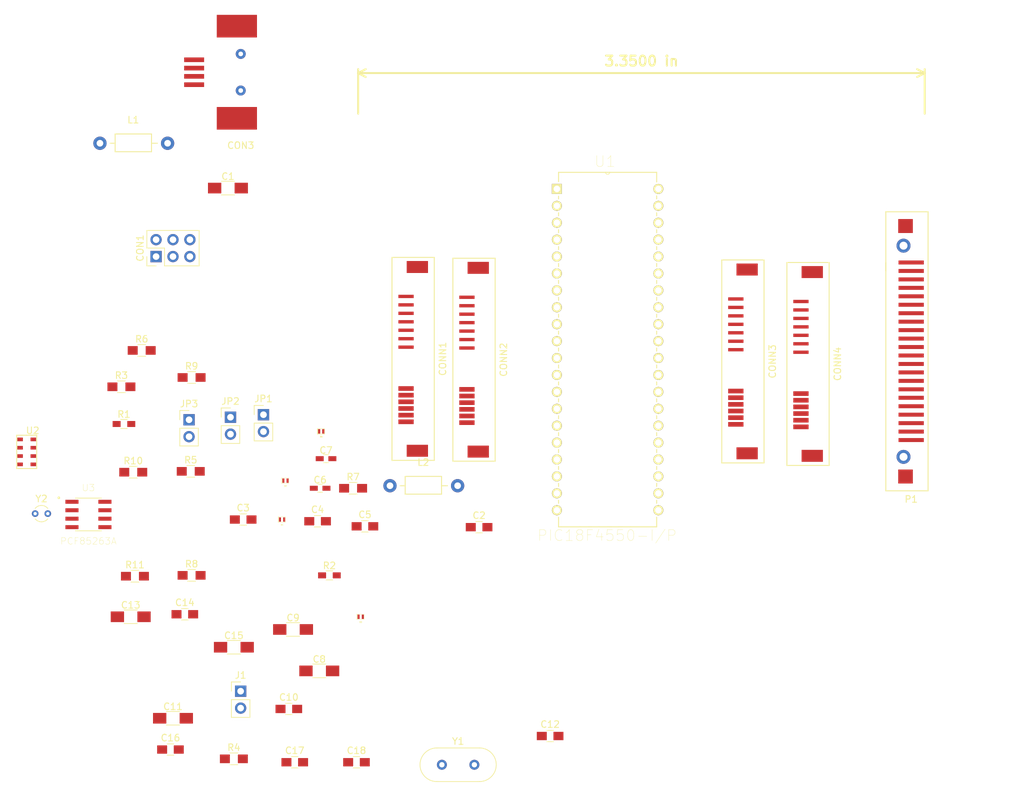
<source format=kicad_pcb>
(kicad_pcb (version 4) (host pcbnew 4.0.6-e0-6349~53~ubuntu14.04.1)

  (general
    (links 115)
    (no_connects 114)
    (area 0 0 0 0)
    (thickness 1.6)
    (drawings 1)
    (tracks 0)
    (zones 0)
    (modules 52)
    (nets 91)
  )

  (page A4)
  (layers
    (0 F.Cu signal)
    (31 B.Cu signal)
    (32 B.Adhes user)
    (33 F.Adhes user)
    (34 B.Paste user)
    (35 F.Paste user)
    (36 B.SilkS user)
    (37 F.SilkS user)
    (38 B.Mask user)
    (39 F.Mask user)
    (40 Dwgs.User user)
    (41 Cmts.User user)
    (42 Eco1.User user)
    (43 Eco2.User user)
    (44 Edge.Cuts user)
    (45 Margin user)
    (46 B.CrtYd user)
    (47 F.CrtYd user)
    (48 B.Fab user)
    (49 F.Fab user)
  )

  (setup
    (last_trace_width 0.25)
    (trace_clearance 0.2)
    (zone_clearance 0.508)
    (zone_45_only no)
    (trace_min 0.2)
    (segment_width 0.2)
    (edge_width 0.15)
    (via_size 0.6)
    (via_drill 0.4)
    (via_min_size 0.4)
    (via_min_drill 0.3)
    (uvia_size 0.3)
    (uvia_drill 0.1)
    (uvias_allowed no)
    (uvia_min_size 0.2)
    (uvia_min_drill 0.1)
    (pcb_text_width 0.3)
    (pcb_text_size 1.5 1.5)
    (mod_edge_width 0.15)
    (mod_text_size 1 1)
    (mod_text_width 0.15)
    (pad_size 1.524 1.524)
    (pad_drill 0.762)
    (pad_to_mask_clearance 0.2)
    (aux_axis_origin 0 0)
    (visible_elements FFFFFF7F)
    (pcbplotparams
      (layerselection 0x00030_80000001)
      (usegerberextensions false)
      (excludeedgelayer true)
      (linewidth 0.100000)
      (plotframeref false)
      (viasonmask false)
      (mode 1)
      (useauxorigin false)
      (hpglpennumber 1)
      (hpglpenspeed 20)
      (hpglpendiameter 15)
      (hpglpenoverlay 2)
      (psnegative false)
      (psa4output false)
      (plotreference true)
      (plotvalue true)
      (plotinvisibletext false)
      (padsonsilk false)
      (subtractmaskfromsilk false)
      (outputformat 1)
      (mirror false)
      (drillshape 1)
      (scaleselection 1)
      (outputdirectory ""))
  )

  (net 0 "")
  (net 1 VDD)
  (net 2 GNDD)
  (net 3 "Net-(C5-Pad1)")
  (net 4 /OSC1)
  (net 5 GND)
  (net 6 "Net-(C7-Pad1)")
  (net 7 /VUSB_CAP)
  (net 8 /VPWR)
  (net 9 GNDPWR)
  (net 10 /VCC_5V)
  (net 11 /VDD_3V)
  (net 12 "Net-(C15-Pad1)")
  (net 13 GNDA)
  (net 14 "Net-(C17-Pad1)")
  (net 15 "Net-(CON1-Pad4)")
  (net 16 "Net-(CON1-Pad3)")
  (net 17 "Net-(CON3-Pad1)")
  (net 18 "Net-(CON3-Pad2)")
  (net 19 "Net-(CON3-Pad3)")
  (net 20 "Net-(CON3-Pad5)")
  (net 21 /PWM)
  (net 22 //RST_VIKING)
  (net 23 //CS_VIKING)
  (net 24 /MISO)
  (net 25 /MOSI)
  (net 26 //RST_LAN)
  (net 27 //CS_LAN)
  (net 28 "Net-(CONN2-Pad1)")
  (net 29 //RST_GPIB)
  (net 30 //GPIB_INT)
  (net 31 //RST_KEY)
  (net 32 //INT)
  (net 33 "Net-(D1-Pad2)")
  (net 34 /VDD_MAIN)
  (net 35 "Net-(D3-Pad1)")
  (net 36 /USB_D-)
  (net 37 /MCLR_INT)
  (net 38 /USB_VBUS)
  (net 39 "Net-(P1-Pad1)")
  (net 40 "Net-(P1-Pad2)")
  (net 41 "Net-(P1-Pad3)")
  (net 42 "Net-(P1-Pad4)")
  (net 43 "Net-(P1-Pad5)")
  (net 44 "Net-(P1-Pad6)")
  (net 45 "Net-(P1-Pad7)")
  (net 46 "Net-(P1-Pad8)")
  (net 47 "Net-(P1-Pad9)")
  (net 48 "Net-(P1-Pad10)")
  (net 49 "Net-(P1-Pad11)")
  (net 50 "Net-(P1-Pad12)")
  (net 51 "Net-(P1-Pad13)")
  (net 52 "Net-(P1-Pad14)")
  (net 53 "Net-(P1-Pad15)")
  (net 54 "Net-(P1-Pad16)")
  (net 55 "Net-(P1-Pad17)")
  (net 56 "Net-(P1-Pad18)")
  (net 57 "Net-(P1-Pad19)")
  (net 58 "Net-(P1-Pad20)")
  (net 59 "Net-(P1-Pad21)")
  (net 60 "Net-(P1-Pad22)")
  (net 61 /USB_D+)
  (net 62 /PGD)
  (net 63 VCC)
  (net 64 /LVP)
  (net 65 /PGC)
  (net 66 /OSC2)
  (net 67 "Net-(U1-Pad2)")
  (net 68 "Net-(U1-Pad3)")
  (net 69 "Net-(U1-Pad4)")
  (net 70 "Net-(U1-Pad5)")
  (net 71 "Net-(U1-Pad6)")
  (net 72 "Net-(U1-Pad7)")
  (net 73 "Net-(U1-Pad8)")
  (net 74 "Net-(U1-Pad9)")
  (net 75 "Net-(U1-Pad10)")
  (net 76 "Net-(U1-Pad15)")
  (net 77 "Net-(U1-Pad16)")
  (net 78 "Net-(U1-Pad17)")
  (net 79 "Net-(U1-Pad19)")
  (net 80 "Net-(U1-Pad20)")
  (net 81 "Net-(U1-Pad35)")
  (net 82 "Net-(U1-Pad36)")
  (net 83 "Net-(U1-Pad37)")
  (net 84 /HS_INT_2)
  (net 85 /HS_INT_1)
  (net 86 "Net-(U3-Pad1)")
  (net 87 "Net-(U3-Pad2)")
  (net 88 "Net-(BT1-Pad1)")
  (net 89 "Net-(CON1-Pad5)")
  (net 90 "Net-(CON1-Pad6)")

  (net_class Default "This is the default net class."
    (clearance 0.2)
    (trace_width 0.25)
    (via_dia 0.6)
    (via_drill 0.4)
    (uvia_dia 0.3)
    (uvia_drill 0.1)
    (add_net //CS_LAN)
    (add_net //CS_VIKING)
    (add_net //GPIB_INT)
    (add_net //INT)
    (add_net //RST_GPIB)
    (add_net //RST_KEY)
    (add_net //RST_LAN)
    (add_net //RST_VIKING)
    (add_net /HS_INT_1)
    (add_net /HS_INT_2)
    (add_net /LVP)
    (add_net /MCLR_INT)
    (add_net /MISO)
    (add_net /MOSI)
    (add_net /OSC1)
    (add_net /OSC2)
    (add_net /PGC)
    (add_net /PGD)
    (add_net /PWM)
    (add_net /USB_D+)
    (add_net /USB_D-)
    (add_net /USB_VBUS)
    (add_net /VCC_5V)
    (add_net /VDD_3V)
    (add_net /VDD_MAIN)
    (add_net /VPWR)
    (add_net /VUSB_CAP)
    (add_net GND)
    (add_net GNDA)
    (add_net GNDD)
    (add_net GNDPWR)
    (add_net "Net-(BT1-Pad1)")
    (add_net "Net-(C15-Pad1)")
    (add_net "Net-(C17-Pad1)")
    (add_net "Net-(C5-Pad1)")
    (add_net "Net-(C7-Pad1)")
    (add_net "Net-(CON1-Pad3)")
    (add_net "Net-(CON1-Pad4)")
    (add_net "Net-(CON1-Pad5)")
    (add_net "Net-(CON1-Pad6)")
    (add_net "Net-(CON3-Pad1)")
    (add_net "Net-(CON3-Pad2)")
    (add_net "Net-(CON3-Pad3)")
    (add_net "Net-(CON3-Pad5)")
    (add_net "Net-(CONN2-Pad1)")
    (add_net "Net-(D1-Pad2)")
    (add_net "Net-(D3-Pad1)")
    (add_net "Net-(P1-Pad1)")
    (add_net "Net-(P1-Pad10)")
    (add_net "Net-(P1-Pad11)")
    (add_net "Net-(P1-Pad12)")
    (add_net "Net-(P1-Pad13)")
    (add_net "Net-(P1-Pad14)")
    (add_net "Net-(P1-Pad15)")
    (add_net "Net-(P1-Pad16)")
    (add_net "Net-(P1-Pad17)")
    (add_net "Net-(P1-Pad18)")
    (add_net "Net-(P1-Pad19)")
    (add_net "Net-(P1-Pad2)")
    (add_net "Net-(P1-Pad20)")
    (add_net "Net-(P1-Pad21)")
    (add_net "Net-(P1-Pad22)")
    (add_net "Net-(P1-Pad3)")
    (add_net "Net-(P1-Pad4)")
    (add_net "Net-(P1-Pad5)")
    (add_net "Net-(P1-Pad6)")
    (add_net "Net-(P1-Pad7)")
    (add_net "Net-(P1-Pad8)")
    (add_net "Net-(P1-Pad9)")
    (add_net "Net-(U1-Pad10)")
    (add_net "Net-(U1-Pad15)")
    (add_net "Net-(U1-Pad16)")
    (add_net "Net-(U1-Pad17)")
    (add_net "Net-(U1-Pad19)")
    (add_net "Net-(U1-Pad2)")
    (add_net "Net-(U1-Pad20)")
    (add_net "Net-(U1-Pad3)")
    (add_net "Net-(U1-Pad35)")
    (add_net "Net-(U1-Pad36)")
    (add_net "Net-(U1-Pad37)")
    (add_net "Net-(U1-Pad4)")
    (add_net "Net-(U1-Pad5)")
    (add_net "Net-(U1-Pad6)")
    (add_net "Net-(U1-Pad7)")
    (add_net "Net-(U1-Pad8)")
    (add_net "Net-(U1-Pad9)")
    (add_net "Net-(U3-Pad1)")
    (add_net "Net-(U3-Pad2)")
    (add_net VCC)
    (add_net VDD)
  )

  (module Capacitors_SMD:C_1206_HandSoldering (layer F.Cu) (tedit 58AA84D1) (tstamp 5A046592)
    (at 134.493 68.453)
    (descr "Capacitor SMD 1206, hand soldering")
    (tags "capacitor 1206")
    (path /599715F2)
    (attr smd)
    (fp_text reference C1 (at 0 -1.75) (layer F.SilkS)
      (effects (font (size 1 1) (thickness 0.15)))
    )
    (fp_text value 1uF (at 0 2) (layer F.Fab)
      (effects (font (size 1 1) (thickness 0.15)))
    )
    (fp_text user %R (at 0 -1.75) (layer F.Fab)
      (effects (font (size 1 1) (thickness 0.15)))
    )
    (fp_line (start -1.6 0.8) (end -1.6 -0.8) (layer F.Fab) (width 0.1))
    (fp_line (start 1.6 0.8) (end -1.6 0.8) (layer F.Fab) (width 0.1))
    (fp_line (start 1.6 -0.8) (end 1.6 0.8) (layer F.Fab) (width 0.1))
    (fp_line (start -1.6 -0.8) (end 1.6 -0.8) (layer F.Fab) (width 0.1))
    (fp_line (start 1 -1.02) (end -1 -1.02) (layer F.SilkS) (width 0.12))
    (fp_line (start -1 1.02) (end 1 1.02) (layer F.SilkS) (width 0.12))
    (fp_line (start -3.25 -1.05) (end 3.25 -1.05) (layer F.CrtYd) (width 0.05))
    (fp_line (start -3.25 -1.05) (end -3.25 1.05) (layer F.CrtYd) (width 0.05))
    (fp_line (start 3.25 1.05) (end 3.25 -1.05) (layer F.CrtYd) (width 0.05))
    (fp_line (start 3.25 1.05) (end -3.25 1.05) (layer F.CrtYd) (width 0.05))
    (pad 1 smd rect (at -2 0) (size 2 1.6) (layers F.Cu F.Paste F.Mask)
      (net 1 VDD))
    (pad 2 smd rect (at 2 0) (size 2 1.6) (layers F.Cu F.Paste F.Mask)
      (net 2 GNDD))
    (model Capacitors_SMD.3dshapes/C_1206.wrl
      (at (xyz 0 0 0))
      (scale (xyz 1 1 1))
      (rotate (xyz 0 0 0))
    )
  )

  (module Capacitors_SMD:C_0805_HandSoldering (layer F.Cu) (tedit 58AA84A8) (tstamp 5A046598)
    (at 172.212 119.38)
    (descr "Capacitor SMD 0805, hand soldering")
    (tags "capacitor 0805")
    (path /59971898)
    (attr smd)
    (fp_text reference C2 (at 0 -1.75) (layer F.SilkS)
      (effects (font (size 1 1) (thickness 0.15)))
    )
    (fp_text value 0.1uF (at 0 1.75) (layer F.Fab)
      (effects (font (size 1 1) (thickness 0.15)))
    )
    (fp_text user %R (at 0 -1.75) (layer F.Fab)
      (effects (font (size 1 1) (thickness 0.15)))
    )
    (fp_line (start -1 0.62) (end -1 -0.62) (layer F.Fab) (width 0.1))
    (fp_line (start 1 0.62) (end -1 0.62) (layer F.Fab) (width 0.1))
    (fp_line (start 1 -0.62) (end 1 0.62) (layer F.Fab) (width 0.1))
    (fp_line (start -1 -0.62) (end 1 -0.62) (layer F.Fab) (width 0.1))
    (fp_line (start 0.5 -0.85) (end -0.5 -0.85) (layer F.SilkS) (width 0.12))
    (fp_line (start -0.5 0.85) (end 0.5 0.85) (layer F.SilkS) (width 0.12))
    (fp_line (start -2.25 -0.88) (end 2.25 -0.88) (layer F.CrtYd) (width 0.05))
    (fp_line (start -2.25 -0.88) (end -2.25 0.87) (layer F.CrtYd) (width 0.05))
    (fp_line (start 2.25 0.87) (end 2.25 -0.88) (layer F.CrtYd) (width 0.05))
    (fp_line (start 2.25 0.87) (end -2.25 0.87) (layer F.CrtYd) (width 0.05))
    (pad 1 smd rect (at -1.25 0) (size 1.5 1.25) (layers F.Cu F.Paste F.Mask)
      (net 1 VDD))
    (pad 2 smd rect (at 1.25 0) (size 1.5 1.25) (layers F.Cu F.Paste F.Mask)
      (net 2 GNDD))
    (model Capacitors_SMD.3dshapes/C_0805.wrl
      (at (xyz 0 0 0))
      (scale (xyz 1 1 1))
      (rotate (xyz 0 0 0))
    )
  )

  (module Capacitors_SMD:C_0805_HandSoldering (layer F.Cu) (tedit 58AA84A8) (tstamp 5A04659E)
    (at 136.779 118.237)
    (descr "Capacitor SMD 0805, hand soldering")
    (tags "capacitor 0805")
    (path /59971B35)
    (attr smd)
    (fp_text reference C3 (at 0 -1.75) (layer F.SilkS)
      (effects (font (size 1 1) (thickness 0.15)))
    )
    (fp_text value 0.1uF (at 0 1.75) (layer F.Fab)
      (effects (font (size 1 1) (thickness 0.15)))
    )
    (fp_text user %R (at 0 -1.75) (layer F.Fab)
      (effects (font (size 1 1) (thickness 0.15)))
    )
    (fp_line (start -1 0.62) (end -1 -0.62) (layer F.Fab) (width 0.1))
    (fp_line (start 1 0.62) (end -1 0.62) (layer F.Fab) (width 0.1))
    (fp_line (start 1 -0.62) (end 1 0.62) (layer F.Fab) (width 0.1))
    (fp_line (start -1 -0.62) (end 1 -0.62) (layer F.Fab) (width 0.1))
    (fp_line (start 0.5 -0.85) (end -0.5 -0.85) (layer F.SilkS) (width 0.12))
    (fp_line (start -0.5 0.85) (end 0.5 0.85) (layer F.SilkS) (width 0.12))
    (fp_line (start -2.25 -0.88) (end 2.25 -0.88) (layer F.CrtYd) (width 0.05))
    (fp_line (start -2.25 -0.88) (end -2.25 0.87) (layer F.CrtYd) (width 0.05))
    (fp_line (start 2.25 0.87) (end 2.25 -0.88) (layer F.CrtYd) (width 0.05))
    (fp_line (start 2.25 0.87) (end -2.25 0.87) (layer F.CrtYd) (width 0.05))
    (pad 1 smd rect (at -1.25 0) (size 1.5 1.25) (layers F.Cu F.Paste F.Mask)
      (net 1 VDD))
    (pad 2 smd rect (at 1.25 0) (size 1.5 1.25) (layers F.Cu F.Paste F.Mask)
      (net 2 GNDD))
    (model Capacitors_SMD.3dshapes/C_0805.wrl
      (at (xyz 0 0 0))
      (scale (xyz 1 1 1))
      (rotate (xyz 0 0 0))
    )
  )

  (module Capacitors_SMD:C_0805_HandSoldering (layer F.Cu) (tedit 58AA84A8) (tstamp 5A0465A4)
    (at 147.955 118.491)
    (descr "Capacitor SMD 0805, hand soldering")
    (tags "capacitor 0805")
    (path /59971BE5)
    (attr smd)
    (fp_text reference C4 (at 0 -1.75) (layer F.SilkS)
      (effects (font (size 1 1) (thickness 0.15)))
    )
    (fp_text value 0.1uF (at 0 1.75) (layer F.Fab)
      (effects (font (size 1 1) (thickness 0.15)))
    )
    (fp_text user %R (at 0 -1.75) (layer F.Fab)
      (effects (font (size 1 1) (thickness 0.15)))
    )
    (fp_line (start -1 0.62) (end -1 -0.62) (layer F.Fab) (width 0.1))
    (fp_line (start 1 0.62) (end -1 0.62) (layer F.Fab) (width 0.1))
    (fp_line (start 1 -0.62) (end 1 0.62) (layer F.Fab) (width 0.1))
    (fp_line (start -1 -0.62) (end 1 -0.62) (layer F.Fab) (width 0.1))
    (fp_line (start 0.5 -0.85) (end -0.5 -0.85) (layer F.SilkS) (width 0.12))
    (fp_line (start -0.5 0.85) (end 0.5 0.85) (layer F.SilkS) (width 0.12))
    (fp_line (start -2.25 -0.88) (end 2.25 -0.88) (layer F.CrtYd) (width 0.05))
    (fp_line (start -2.25 -0.88) (end -2.25 0.87) (layer F.CrtYd) (width 0.05))
    (fp_line (start 2.25 0.87) (end 2.25 -0.88) (layer F.CrtYd) (width 0.05))
    (fp_line (start 2.25 0.87) (end -2.25 0.87) (layer F.CrtYd) (width 0.05))
    (pad 1 smd rect (at -1.25 0) (size 1.5 1.25) (layers F.Cu F.Paste F.Mask)
      (net 1 VDD))
    (pad 2 smd rect (at 1.25 0) (size 1.5 1.25) (layers F.Cu F.Paste F.Mask)
      (net 2 GNDD))
    (model Capacitors_SMD.3dshapes/C_0805.wrl
      (at (xyz 0 0 0))
      (scale (xyz 1 1 1))
      (rotate (xyz 0 0 0))
    )
  )

  (module Capacitors_SMD:C_0805_HandSoldering (layer F.Cu) (tedit 58AA84A8) (tstamp 5A0465AA)
    (at 155.067 119.253)
    (descr "Capacitor SMD 0805, hand soldering")
    (tags "capacitor 0805")
    (path /5998235C)
    (attr smd)
    (fp_text reference C5 (at 0 -1.75) (layer F.SilkS)
      (effects (font (size 1 1) (thickness 0.15)))
    )
    (fp_text value 0.1uF (at 0 1.75) (layer F.Fab)
      (effects (font (size 1 1) (thickness 0.15)))
    )
    (fp_text user %R (at 0 -1.75) (layer F.Fab)
      (effects (font (size 1 1) (thickness 0.15)))
    )
    (fp_line (start -1 0.62) (end -1 -0.62) (layer F.Fab) (width 0.1))
    (fp_line (start 1 0.62) (end -1 0.62) (layer F.Fab) (width 0.1))
    (fp_line (start 1 -0.62) (end 1 0.62) (layer F.Fab) (width 0.1))
    (fp_line (start -1 -0.62) (end 1 -0.62) (layer F.Fab) (width 0.1))
    (fp_line (start 0.5 -0.85) (end -0.5 -0.85) (layer F.SilkS) (width 0.12))
    (fp_line (start -0.5 0.85) (end 0.5 0.85) (layer F.SilkS) (width 0.12))
    (fp_line (start -2.25 -0.88) (end 2.25 -0.88) (layer F.CrtYd) (width 0.05))
    (fp_line (start -2.25 -0.88) (end -2.25 0.87) (layer F.CrtYd) (width 0.05))
    (fp_line (start 2.25 0.87) (end 2.25 -0.88) (layer F.CrtYd) (width 0.05))
    (fp_line (start 2.25 0.87) (end -2.25 0.87) (layer F.CrtYd) (width 0.05))
    (pad 1 smd rect (at -1.25 0) (size 1.5 1.25) (layers F.Cu F.Paste F.Mask)
      (net 3 "Net-(C5-Pad1)"))
    (pad 2 smd rect (at 1.25 0) (size 1.5 1.25) (layers F.Cu F.Paste F.Mask)
      (net 2 GNDD))
    (model Capacitors_SMD.3dshapes/C_0805.wrl
      (at (xyz 0 0 0))
      (scale (xyz 1 1 1))
      (rotate (xyz 0 0 0))
    )
  )

  (module Capacitors_SMD:C_0603_HandSoldering (layer F.Cu) (tedit 58AA848B) (tstamp 5A0465B0)
    (at 148.336 113.538)
    (descr "Capacitor SMD 0603, hand soldering")
    (tags "capacitor 0603")
    (path /59D7CF1C)
    (attr smd)
    (fp_text reference C6 (at 0 -1.25) (layer F.SilkS)
      (effects (font (size 1 1) (thickness 0.15)))
    )
    (fp_text value 22p (at 0 1.5) (layer F.Fab)
      (effects (font (size 1 1) (thickness 0.15)))
    )
    (fp_text user %R (at 0 -1.25) (layer F.Fab)
      (effects (font (size 1 1) (thickness 0.15)))
    )
    (fp_line (start -0.8 0.4) (end -0.8 -0.4) (layer F.Fab) (width 0.1))
    (fp_line (start 0.8 0.4) (end -0.8 0.4) (layer F.Fab) (width 0.1))
    (fp_line (start 0.8 -0.4) (end 0.8 0.4) (layer F.Fab) (width 0.1))
    (fp_line (start -0.8 -0.4) (end 0.8 -0.4) (layer F.Fab) (width 0.1))
    (fp_line (start -0.35 -0.6) (end 0.35 -0.6) (layer F.SilkS) (width 0.12))
    (fp_line (start 0.35 0.6) (end -0.35 0.6) (layer F.SilkS) (width 0.12))
    (fp_line (start -1.8 -0.65) (end 1.8 -0.65) (layer F.CrtYd) (width 0.05))
    (fp_line (start -1.8 -0.65) (end -1.8 0.65) (layer F.CrtYd) (width 0.05))
    (fp_line (start 1.8 0.65) (end 1.8 -0.65) (layer F.CrtYd) (width 0.05))
    (fp_line (start 1.8 0.65) (end -1.8 0.65) (layer F.CrtYd) (width 0.05))
    (pad 1 smd rect (at -0.95 0) (size 1.2 0.75) (layers F.Cu F.Paste F.Mask)
      (net 4 /OSC1))
    (pad 2 smd rect (at 0.95 0) (size 1.2 0.75) (layers F.Cu F.Paste F.Mask)
      (net 5 GND))
    (model Capacitors_SMD.3dshapes/C_0603.wrl
      (at (xyz 0 0 0))
      (scale (xyz 1 1 1))
      (rotate (xyz 0 0 0))
    )
  )

  (module Capacitors_SMD:C_0603_HandSoldering (layer F.Cu) (tedit 58AA848B) (tstamp 5A0465B6)
    (at 149.225 109.093)
    (descr "Capacitor SMD 0603, hand soldering")
    (tags "capacitor 0603")
    (path /59D7CFF5)
    (attr smd)
    (fp_text reference C7 (at 0 -1.25) (layer F.SilkS)
      (effects (font (size 1 1) (thickness 0.15)))
    )
    (fp_text value 22p (at 0 1.5) (layer F.Fab)
      (effects (font (size 1 1) (thickness 0.15)))
    )
    (fp_text user %R (at 0 -1.25) (layer F.Fab)
      (effects (font (size 1 1) (thickness 0.15)))
    )
    (fp_line (start -0.8 0.4) (end -0.8 -0.4) (layer F.Fab) (width 0.1))
    (fp_line (start 0.8 0.4) (end -0.8 0.4) (layer F.Fab) (width 0.1))
    (fp_line (start 0.8 -0.4) (end 0.8 0.4) (layer F.Fab) (width 0.1))
    (fp_line (start -0.8 -0.4) (end 0.8 -0.4) (layer F.Fab) (width 0.1))
    (fp_line (start -0.35 -0.6) (end 0.35 -0.6) (layer F.SilkS) (width 0.12))
    (fp_line (start 0.35 0.6) (end -0.35 0.6) (layer F.SilkS) (width 0.12))
    (fp_line (start -1.8 -0.65) (end 1.8 -0.65) (layer F.CrtYd) (width 0.05))
    (fp_line (start -1.8 -0.65) (end -1.8 0.65) (layer F.CrtYd) (width 0.05))
    (fp_line (start 1.8 0.65) (end 1.8 -0.65) (layer F.CrtYd) (width 0.05))
    (fp_line (start 1.8 0.65) (end -1.8 0.65) (layer F.CrtYd) (width 0.05))
    (pad 1 smd rect (at -0.95 0) (size 1.2 0.75) (layers F.Cu F.Paste F.Mask)
      (net 6 "Net-(C7-Pad1)"))
    (pad 2 smd rect (at 0.95 0) (size 1.2 0.75) (layers F.Cu F.Paste F.Mask)
      (net 5 GND))
    (model Capacitors_SMD.3dshapes/C_0603.wrl
      (at (xyz 0 0 0))
      (scale (xyz 1 1 1))
      (rotate (xyz 0 0 0))
    )
  )

  (module Capacitors_SMD:C_1206_HandSoldering (layer F.Cu) (tedit 58AA84D1) (tstamp 5A0465BC)
    (at 148.209 140.97)
    (descr "Capacitor SMD 1206, hand soldering")
    (tags "capacitor 1206")
    (path /59E787C5)
    (attr smd)
    (fp_text reference C8 (at 0 -1.75) (layer F.SilkS)
      (effects (font (size 1 1) (thickness 0.15)))
    )
    (fp_text value 1uF (at 0 2) (layer F.Fab)
      (effects (font (size 1 1) (thickness 0.15)))
    )
    (fp_text user %R (at 0 -1.75) (layer F.Fab)
      (effects (font (size 1 1) (thickness 0.15)))
    )
    (fp_line (start -1.6 0.8) (end -1.6 -0.8) (layer F.Fab) (width 0.1))
    (fp_line (start 1.6 0.8) (end -1.6 0.8) (layer F.Fab) (width 0.1))
    (fp_line (start 1.6 -0.8) (end 1.6 0.8) (layer F.Fab) (width 0.1))
    (fp_line (start -1.6 -0.8) (end 1.6 -0.8) (layer F.Fab) (width 0.1))
    (fp_line (start 1 -1.02) (end -1 -1.02) (layer F.SilkS) (width 0.12))
    (fp_line (start -1 1.02) (end 1 1.02) (layer F.SilkS) (width 0.12))
    (fp_line (start -3.25 -1.05) (end 3.25 -1.05) (layer F.CrtYd) (width 0.05))
    (fp_line (start -3.25 -1.05) (end -3.25 1.05) (layer F.CrtYd) (width 0.05))
    (fp_line (start 3.25 1.05) (end 3.25 -1.05) (layer F.CrtYd) (width 0.05))
    (fp_line (start 3.25 1.05) (end -3.25 1.05) (layer F.CrtYd) (width 0.05))
    (pad 1 smd rect (at -2 0) (size 2 1.6) (layers F.Cu F.Paste F.Mask)
      (net 2 GNDD))
    (pad 2 smd rect (at 2 0) (size 2 1.6) (layers F.Cu F.Paste F.Mask)
      (net 7 /VUSB_CAP))
    (model Capacitors_SMD.3dshapes/C_1206.wrl
      (at (xyz 0 0 0))
      (scale (xyz 1 1 1))
      (rotate (xyz 0 0 0))
    )
  )

  (module Capacitors_SMD:C_1206_HandSoldering (layer F.Cu) (tedit 58AA84D1) (tstamp 5A0465C2)
    (at 144.272 134.747)
    (descr "Capacitor SMD 1206, hand soldering")
    (tags "capacitor 1206")
    (path /5A06BCFF)
    (attr smd)
    (fp_text reference C9 (at 0 -1.75) (layer F.SilkS)
      (effects (font (size 1 1) (thickness 0.15)))
    )
    (fp_text value 1uF (at 0 2) (layer F.Fab)
      (effects (font (size 1 1) (thickness 0.15)))
    )
    (fp_text user %R (at 0 -1.75) (layer F.Fab)
      (effects (font (size 1 1) (thickness 0.15)))
    )
    (fp_line (start -1.6 0.8) (end -1.6 -0.8) (layer F.Fab) (width 0.1))
    (fp_line (start 1.6 0.8) (end -1.6 0.8) (layer F.Fab) (width 0.1))
    (fp_line (start 1.6 -0.8) (end 1.6 0.8) (layer F.Fab) (width 0.1))
    (fp_line (start -1.6 -0.8) (end 1.6 -0.8) (layer F.Fab) (width 0.1))
    (fp_line (start 1 -1.02) (end -1 -1.02) (layer F.SilkS) (width 0.12))
    (fp_line (start -1 1.02) (end 1 1.02) (layer F.SilkS) (width 0.12))
    (fp_line (start -3.25 -1.05) (end 3.25 -1.05) (layer F.CrtYd) (width 0.05))
    (fp_line (start -3.25 -1.05) (end -3.25 1.05) (layer F.CrtYd) (width 0.05))
    (fp_line (start 3.25 1.05) (end 3.25 -1.05) (layer F.CrtYd) (width 0.05))
    (fp_line (start 3.25 1.05) (end -3.25 1.05) (layer F.CrtYd) (width 0.05))
    (pad 1 smd rect (at -2 0) (size 2 1.6) (layers F.Cu F.Paste F.Mask)
      (net 8 /VPWR))
    (pad 2 smd rect (at 2 0) (size 2 1.6) (layers F.Cu F.Paste F.Mask)
      (net 9 GNDPWR))
    (model Capacitors_SMD.3dshapes/C_1206.wrl
      (at (xyz 0 0 0))
      (scale (xyz 1 1 1))
      (rotate (xyz 0 0 0))
    )
  )

  (module Capacitors_SMD:C_0805_HandSoldering (layer F.Cu) (tedit 58AA84A8) (tstamp 5A0465C8)
    (at 143.637 146.685)
    (descr "Capacitor SMD 0805, hand soldering")
    (tags "capacitor 0805")
    (path /5A06C131)
    (attr smd)
    (fp_text reference C10 (at 0 -1.75) (layer F.SilkS)
      (effects (font (size 1 1) (thickness 0.15)))
    )
    (fp_text value 0.1uF (at 0 1.75) (layer F.Fab)
      (effects (font (size 1 1) (thickness 0.15)))
    )
    (fp_text user %R (at 0 -1.75) (layer F.Fab)
      (effects (font (size 1 1) (thickness 0.15)))
    )
    (fp_line (start -1 0.62) (end -1 -0.62) (layer F.Fab) (width 0.1))
    (fp_line (start 1 0.62) (end -1 0.62) (layer F.Fab) (width 0.1))
    (fp_line (start 1 -0.62) (end 1 0.62) (layer F.Fab) (width 0.1))
    (fp_line (start -1 -0.62) (end 1 -0.62) (layer F.Fab) (width 0.1))
    (fp_line (start 0.5 -0.85) (end -0.5 -0.85) (layer F.SilkS) (width 0.12))
    (fp_line (start -0.5 0.85) (end 0.5 0.85) (layer F.SilkS) (width 0.12))
    (fp_line (start -2.25 -0.88) (end 2.25 -0.88) (layer F.CrtYd) (width 0.05))
    (fp_line (start -2.25 -0.88) (end -2.25 0.87) (layer F.CrtYd) (width 0.05))
    (fp_line (start 2.25 0.87) (end 2.25 -0.88) (layer F.CrtYd) (width 0.05))
    (fp_line (start 2.25 0.87) (end -2.25 0.87) (layer F.CrtYd) (width 0.05))
    (pad 1 smd rect (at -1.25 0) (size 1.5 1.25) (layers F.Cu F.Paste F.Mask)
      (net 8 /VPWR))
    (pad 2 smd rect (at 1.25 0) (size 1.5 1.25) (layers F.Cu F.Paste F.Mask)
      (net 9 GNDPWR))
    (model Capacitors_SMD.3dshapes/C_0805.wrl
      (at (xyz 0 0 0))
      (scale (xyz 1 1 1))
      (rotate (xyz 0 0 0))
    )
  )

  (module Capacitors_SMD:C_1206_HandSoldering (layer F.Cu) (tedit 58AA84D1) (tstamp 5A0465CE)
    (at 126.238 148.082)
    (descr "Capacitor SMD 1206, hand soldering")
    (tags "capacitor 1206")
    (path /5A06BD6C)
    (attr smd)
    (fp_text reference C11 (at 0 -1.75) (layer F.SilkS)
      (effects (font (size 1 1) (thickness 0.15)))
    )
    (fp_text value 1uF (at 0 2) (layer F.Fab)
      (effects (font (size 1 1) (thickness 0.15)))
    )
    (fp_text user %R (at 0 -1.75) (layer F.Fab)
      (effects (font (size 1 1) (thickness 0.15)))
    )
    (fp_line (start -1.6 0.8) (end -1.6 -0.8) (layer F.Fab) (width 0.1))
    (fp_line (start 1.6 0.8) (end -1.6 0.8) (layer F.Fab) (width 0.1))
    (fp_line (start 1.6 -0.8) (end 1.6 0.8) (layer F.Fab) (width 0.1))
    (fp_line (start -1.6 -0.8) (end 1.6 -0.8) (layer F.Fab) (width 0.1))
    (fp_line (start 1 -1.02) (end -1 -1.02) (layer F.SilkS) (width 0.12))
    (fp_line (start -1 1.02) (end 1 1.02) (layer F.SilkS) (width 0.12))
    (fp_line (start -3.25 -1.05) (end 3.25 -1.05) (layer F.CrtYd) (width 0.05))
    (fp_line (start -3.25 -1.05) (end -3.25 1.05) (layer F.CrtYd) (width 0.05))
    (fp_line (start 3.25 1.05) (end 3.25 -1.05) (layer F.CrtYd) (width 0.05))
    (fp_line (start 3.25 1.05) (end -3.25 1.05) (layer F.CrtYd) (width 0.05))
    (pad 1 smd rect (at -2 0) (size 2 1.6) (layers F.Cu F.Paste F.Mask)
      (net 10 /VCC_5V))
    (pad 2 smd rect (at 2 0) (size 2 1.6) (layers F.Cu F.Paste F.Mask)
      (net 2 GNDD))
    (model Capacitors_SMD.3dshapes/C_1206.wrl
      (at (xyz 0 0 0))
      (scale (xyz 1 1 1))
      (rotate (xyz 0 0 0))
    )
  )

  (module Capacitors_SMD:C_0805_HandSoldering (layer F.Cu) (tedit 58AA84A8) (tstamp 5A0465D4)
    (at 182.88 150.749)
    (descr "Capacitor SMD 0805, hand soldering")
    (tags "capacitor 0805")
    (path /5A06C259)
    (attr smd)
    (fp_text reference C12 (at 0 -1.75) (layer F.SilkS)
      (effects (font (size 1 1) (thickness 0.15)))
    )
    (fp_text value 0.1uF (at 0 1.75) (layer F.Fab)
      (effects (font (size 1 1) (thickness 0.15)))
    )
    (fp_text user %R (at 0 -1.75) (layer F.Fab)
      (effects (font (size 1 1) (thickness 0.15)))
    )
    (fp_line (start -1 0.62) (end -1 -0.62) (layer F.Fab) (width 0.1))
    (fp_line (start 1 0.62) (end -1 0.62) (layer F.Fab) (width 0.1))
    (fp_line (start 1 -0.62) (end 1 0.62) (layer F.Fab) (width 0.1))
    (fp_line (start -1 -0.62) (end 1 -0.62) (layer F.Fab) (width 0.1))
    (fp_line (start 0.5 -0.85) (end -0.5 -0.85) (layer F.SilkS) (width 0.12))
    (fp_line (start -0.5 0.85) (end 0.5 0.85) (layer F.SilkS) (width 0.12))
    (fp_line (start -2.25 -0.88) (end 2.25 -0.88) (layer F.CrtYd) (width 0.05))
    (fp_line (start -2.25 -0.88) (end -2.25 0.87) (layer F.CrtYd) (width 0.05))
    (fp_line (start 2.25 0.87) (end 2.25 -0.88) (layer F.CrtYd) (width 0.05))
    (fp_line (start 2.25 0.87) (end -2.25 0.87) (layer F.CrtYd) (width 0.05))
    (pad 1 smd rect (at -1.25 0) (size 1.5 1.25) (layers F.Cu F.Paste F.Mask)
      (net 10 /VCC_5V))
    (pad 2 smd rect (at 1.25 0) (size 1.5 1.25) (layers F.Cu F.Paste F.Mask)
      (net 2 GNDD))
    (model Capacitors_SMD.3dshapes/C_0805.wrl
      (at (xyz 0 0 0))
      (scale (xyz 1 1 1))
      (rotate (xyz 0 0 0))
    )
  )

  (module Capacitors_SMD:C_1206_HandSoldering (layer F.Cu) (tedit 58AA84D1) (tstamp 5A0465DA)
    (at 119.888 132.842)
    (descr "Capacitor SMD 1206, hand soldering")
    (tags "capacitor 1206")
    (path /5A06BDD5)
    (attr smd)
    (fp_text reference C13 (at 0 -1.75) (layer F.SilkS)
      (effects (font (size 1 1) (thickness 0.15)))
    )
    (fp_text value 1uF (at 0 2) (layer F.Fab)
      (effects (font (size 1 1) (thickness 0.15)))
    )
    (fp_text user %R (at 0 -1.75) (layer F.Fab)
      (effects (font (size 1 1) (thickness 0.15)))
    )
    (fp_line (start -1.6 0.8) (end -1.6 -0.8) (layer F.Fab) (width 0.1))
    (fp_line (start 1.6 0.8) (end -1.6 0.8) (layer F.Fab) (width 0.1))
    (fp_line (start 1.6 -0.8) (end 1.6 0.8) (layer F.Fab) (width 0.1))
    (fp_line (start -1.6 -0.8) (end 1.6 -0.8) (layer F.Fab) (width 0.1))
    (fp_line (start 1 -1.02) (end -1 -1.02) (layer F.SilkS) (width 0.12))
    (fp_line (start -1 1.02) (end 1 1.02) (layer F.SilkS) (width 0.12))
    (fp_line (start -3.25 -1.05) (end 3.25 -1.05) (layer F.CrtYd) (width 0.05))
    (fp_line (start -3.25 -1.05) (end -3.25 1.05) (layer F.CrtYd) (width 0.05))
    (fp_line (start 3.25 1.05) (end 3.25 -1.05) (layer F.CrtYd) (width 0.05))
    (fp_line (start 3.25 1.05) (end -3.25 1.05) (layer F.CrtYd) (width 0.05))
    (pad 1 smd rect (at -2 0) (size 2 1.6) (layers F.Cu F.Paste F.Mask)
      (net 11 /VDD_3V))
    (pad 2 smd rect (at 2 0) (size 2 1.6) (layers F.Cu F.Paste F.Mask)
      (net 2 GNDD))
    (model Capacitors_SMD.3dshapes/C_1206.wrl
      (at (xyz 0 0 0))
      (scale (xyz 1 1 1))
      (rotate (xyz 0 0 0))
    )
  )

  (module Capacitors_SMD:C_0805_HandSoldering (layer F.Cu) (tedit 58AA84A8) (tstamp 5A0465E0)
    (at 128.016 132.461)
    (descr "Capacitor SMD 0805, hand soldering")
    (tags "capacitor 0805")
    (path /5A06C39A)
    (attr smd)
    (fp_text reference C14 (at 0 -1.75) (layer F.SilkS)
      (effects (font (size 1 1) (thickness 0.15)))
    )
    (fp_text value 0.1uF (at 0 1.75) (layer F.Fab)
      (effects (font (size 1 1) (thickness 0.15)))
    )
    (fp_text user %R (at 0 -1.75) (layer F.Fab)
      (effects (font (size 1 1) (thickness 0.15)))
    )
    (fp_line (start -1 0.62) (end -1 -0.62) (layer F.Fab) (width 0.1))
    (fp_line (start 1 0.62) (end -1 0.62) (layer F.Fab) (width 0.1))
    (fp_line (start 1 -0.62) (end 1 0.62) (layer F.Fab) (width 0.1))
    (fp_line (start -1 -0.62) (end 1 -0.62) (layer F.Fab) (width 0.1))
    (fp_line (start 0.5 -0.85) (end -0.5 -0.85) (layer F.SilkS) (width 0.12))
    (fp_line (start -0.5 0.85) (end 0.5 0.85) (layer F.SilkS) (width 0.12))
    (fp_line (start -2.25 -0.88) (end 2.25 -0.88) (layer F.CrtYd) (width 0.05))
    (fp_line (start -2.25 -0.88) (end -2.25 0.87) (layer F.CrtYd) (width 0.05))
    (fp_line (start 2.25 0.87) (end 2.25 -0.88) (layer F.CrtYd) (width 0.05))
    (fp_line (start 2.25 0.87) (end -2.25 0.87) (layer F.CrtYd) (width 0.05))
    (pad 1 smd rect (at -1.25 0) (size 1.5 1.25) (layers F.Cu F.Paste F.Mask)
      (net 11 /VDD_3V))
    (pad 2 smd rect (at 1.25 0) (size 1.5 1.25) (layers F.Cu F.Paste F.Mask)
      (net 2 GNDD))
    (model Capacitors_SMD.3dshapes/C_0805.wrl
      (at (xyz 0 0 0))
      (scale (xyz 1 1 1))
      (rotate (xyz 0 0 0))
    )
  )

  (module Capacitors_SMD:C_1206_HandSoldering (layer F.Cu) (tedit 58AA84D1) (tstamp 5A0465E6)
    (at 135.382 137.414)
    (descr "Capacitor SMD 1206, hand soldering")
    (tags "capacitor 1206")
    (path /5A03A6BD)
    (attr smd)
    (fp_text reference C15 (at 0 -1.75) (layer F.SilkS)
      (effects (font (size 1 1) (thickness 0.15)))
    )
    (fp_text value 10uF (at 0 2) (layer F.Fab)
      (effects (font (size 1 1) (thickness 0.15)))
    )
    (fp_text user %R (at 0 -1.75) (layer F.Fab)
      (effects (font (size 1 1) (thickness 0.15)))
    )
    (fp_line (start -1.6 0.8) (end -1.6 -0.8) (layer F.Fab) (width 0.1))
    (fp_line (start 1.6 0.8) (end -1.6 0.8) (layer F.Fab) (width 0.1))
    (fp_line (start 1.6 -0.8) (end 1.6 0.8) (layer F.Fab) (width 0.1))
    (fp_line (start -1.6 -0.8) (end 1.6 -0.8) (layer F.Fab) (width 0.1))
    (fp_line (start 1 -1.02) (end -1 -1.02) (layer F.SilkS) (width 0.12))
    (fp_line (start -1 1.02) (end 1 1.02) (layer F.SilkS) (width 0.12))
    (fp_line (start -3.25 -1.05) (end 3.25 -1.05) (layer F.CrtYd) (width 0.05))
    (fp_line (start -3.25 -1.05) (end -3.25 1.05) (layer F.CrtYd) (width 0.05))
    (fp_line (start 3.25 1.05) (end 3.25 -1.05) (layer F.CrtYd) (width 0.05))
    (fp_line (start 3.25 1.05) (end -3.25 1.05) (layer F.CrtYd) (width 0.05))
    (pad 1 smd rect (at -2 0) (size 2 1.6) (layers F.Cu F.Paste F.Mask)
      (net 12 "Net-(C15-Pad1)"))
    (pad 2 smd rect (at 2 0) (size 2 1.6) (layers F.Cu F.Paste F.Mask)
      (net 13 GNDA))
    (model Capacitors_SMD.3dshapes/C_1206.wrl
      (at (xyz 0 0 0))
      (scale (xyz 1 1 1))
      (rotate (xyz 0 0 0))
    )
  )

  (module Capacitors_SMD:C_0805_HandSoldering (layer F.Cu) (tedit 58AA84A8) (tstamp 5A0465EC)
    (at 125.857 152.781)
    (descr "Capacitor SMD 0805, hand soldering")
    (tags "capacitor 0805")
    (path /5A0398C7)
    (attr smd)
    (fp_text reference C16 (at 0 -1.75) (layer F.SilkS)
      (effects (font (size 1 1) (thickness 0.15)))
    )
    (fp_text value 0.1uF (at 0 1.75) (layer F.Fab)
      (effects (font (size 1 1) (thickness 0.15)))
    )
    (fp_text user %R (at 0 -1.75) (layer F.Fab)
      (effects (font (size 1 1) (thickness 0.15)))
    )
    (fp_line (start -1 0.62) (end -1 -0.62) (layer F.Fab) (width 0.1))
    (fp_line (start 1 0.62) (end -1 0.62) (layer F.Fab) (width 0.1))
    (fp_line (start 1 -0.62) (end 1 0.62) (layer F.Fab) (width 0.1))
    (fp_line (start -1 -0.62) (end 1 -0.62) (layer F.Fab) (width 0.1))
    (fp_line (start 0.5 -0.85) (end -0.5 -0.85) (layer F.SilkS) (width 0.12))
    (fp_line (start -0.5 0.85) (end 0.5 0.85) (layer F.SilkS) (width 0.12))
    (fp_line (start -2.25 -0.88) (end 2.25 -0.88) (layer F.CrtYd) (width 0.05))
    (fp_line (start -2.25 -0.88) (end -2.25 0.87) (layer F.CrtYd) (width 0.05))
    (fp_line (start 2.25 0.87) (end 2.25 -0.88) (layer F.CrtYd) (width 0.05))
    (fp_line (start 2.25 0.87) (end -2.25 0.87) (layer F.CrtYd) (width 0.05))
    (pad 1 smd rect (at -1.25 0) (size 1.5 1.25) (layers F.Cu F.Paste F.Mask)
      (net 12 "Net-(C15-Pad1)"))
    (pad 2 smd rect (at 1.25 0) (size 1.5 1.25) (layers F.Cu F.Paste F.Mask)
      (net 13 GNDA))
    (model Capacitors_SMD.3dshapes/C_0805.wrl
      (at (xyz 0 0 0))
      (scale (xyz 1 1 1))
      (rotate (xyz 0 0 0))
    )
  )

  (module Capacitors_SMD:C_0805_HandSoldering (layer F.Cu) (tedit 58AA84A8) (tstamp 5A0465F2)
    (at 144.526 154.686)
    (descr "Capacitor SMD 0805, hand soldering")
    (tags "capacitor 0805")
    (path /5A0384D8)
    (attr smd)
    (fp_text reference C17 (at 0 -1.75) (layer F.SilkS)
      (effects (font (size 1 1) (thickness 0.15)))
    )
    (fp_text value 0.1uF (at 0 1.75) (layer F.Fab)
      (effects (font (size 1 1) (thickness 0.15)))
    )
    (fp_text user %R (at 0 -1.75) (layer F.Fab)
      (effects (font (size 1 1) (thickness 0.15)))
    )
    (fp_line (start -1 0.62) (end -1 -0.62) (layer F.Fab) (width 0.1))
    (fp_line (start 1 0.62) (end -1 0.62) (layer F.Fab) (width 0.1))
    (fp_line (start 1 -0.62) (end 1 0.62) (layer F.Fab) (width 0.1))
    (fp_line (start -1 -0.62) (end 1 -0.62) (layer F.Fab) (width 0.1))
    (fp_line (start 0.5 -0.85) (end -0.5 -0.85) (layer F.SilkS) (width 0.12))
    (fp_line (start -0.5 0.85) (end 0.5 0.85) (layer F.SilkS) (width 0.12))
    (fp_line (start -2.25 -0.88) (end 2.25 -0.88) (layer F.CrtYd) (width 0.05))
    (fp_line (start -2.25 -0.88) (end -2.25 0.87) (layer F.CrtYd) (width 0.05))
    (fp_line (start 2.25 0.87) (end 2.25 -0.88) (layer F.CrtYd) (width 0.05))
    (fp_line (start 2.25 0.87) (end -2.25 0.87) (layer F.CrtYd) (width 0.05))
    (pad 1 smd rect (at -1.25 0) (size 1.5 1.25) (layers F.Cu F.Paste F.Mask)
      (net 14 "Net-(C17-Pad1)"))
    (pad 2 smd rect (at 1.25 0) (size 1.5 1.25) (layers F.Cu F.Paste F.Mask)
      (net 13 GNDA))
    (model Capacitors_SMD.3dshapes/C_0805.wrl
      (at (xyz 0 0 0))
      (scale (xyz 1 1 1))
      (rotate (xyz 0 0 0))
    )
  )

  (module Capacitors_SMD:C_0805_HandSoldering (layer F.Cu) (tedit 58AA84A8) (tstamp 5A0465F8)
    (at 153.797 154.686)
    (descr "Capacitor SMD 0805, hand soldering")
    (tags "capacitor 0805")
    (path /5A03F0EE)
    (attr smd)
    (fp_text reference C18 (at 0 -1.75) (layer F.SilkS)
      (effects (font (size 1 1) (thickness 0.15)))
    )
    (fp_text value 0.1uF (at 0 1.75) (layer F.Fab)
      (effects (font (size 1 1) (thickness 0.15)))
    )
    (fp_text user %R (at 0 -1.75) (layer F.Fab)
      (effects (font (size 1 1) (thickness 0.15)))
    )
    (fp_line (start -1 0.62) (end -1 -0.62) (layer F.Fab) (width 0.1))
    (fp_line (start 1 0.62) (end -1 0.62) (layer F.Fab) (width 0.1))
    (fp_line (start 1 -0.62) (end 1 0.62) (layer F.Fab) (width 0.1))
    (fp_line (start -1 -0.62) (end 1 -0.62) (layer F.Fab) (width 0.1))
    (fp_line (start 0.5 -0.85) (end -0.5 -0.85) (layer F.SilkS) (width 0.12))
    (fp_line (start -0.5 0.85) (end 0.5 0.85) (layer F.SilkS) (width 0.12))
    (fp_line (start -2.25 -0.88) (end 2.25 -0.88) (layer F.CrtYd) (width 0.05))
    (fp_line (start -2.25 -0.88) (end -2.25 0.87) (layer F.CrtYd) (width 0.05))
    (fp_line (start 2.25 0.87) (end 2.25 -0.88) (layer F.CrtYd) (width 0.05))
    (fp_line (start 2.25 0.87) (end -2.25 0.87) (layer F.CrtYd) (width 0.05))
    (pad 1 smd rect (at -1.25 0) (size 1.5 1.25) (layers F.Cu F.Paste F.Mask)
      (net 1 VDD))
    (pad 2 smd rect (at 1.25 0) (size 1.5 1.25) (layers F.Cu F.Paste F.Mask)
      (net 2 GNDD))
    (model Capacitors_SMD.3dshapes/C_0805.wrl
      (at (xyz 0 0 0))
      (scale (xyz 1 1 1))
      (rotate (xyz 0 0 0))
    )
  )

  (module CenditFootprints:USB_SMT_B (layer F.Cu) (tedit 59C40425) (tstamp 5A04661E)
    (at 129.413 51.054)
    (path /59EA509B)
    (fp_text reference CON3 (at 7 11) (layer F.SilkS)
      (effects (font (size 1 1) (thickness 0.15)))
    )
    (fp_text value USB_CON (at 6 -10) (layer F.Fab)
      (effects (font (size 1 1) (thickness 0.15)))
    )
    (pad 1 smd rect (at 0 -1.87) (size 3 0.7) (layers F.Cu F.Paste F.Mask)
      (net 17 "Net-(CON3-Pad1)"))
    (pad 2 smd rect (at 0 -0.62) (size 3 0.7) (layers F.Cu F.Paste F.Mask)
      (net 18 "Net-(CON3-Pad2)"))
    (pad 3 smd rect (at 0 0.62) (size 3 0.7) (layers F.Cu F.Paste F.Mask)
      (net 19 "Net-(CON3-Pad3)"))
    (pad 4 smd rect (at 0 1.87) (size 3 0.7) (layers F.Cu F.Paste F.Mask)
      (net 2 GNDD))
    (pad 4 smd rect (at 6.42 -6.92) (size 6.04 3.4) (layers F.Cu F.Paste F.Mask)
      (net 2 GNDD))
    (pad 5 smd rect (at 6.42 6.92) (size 6.04 3.4) (layers F.Cu F.Paste F.Mask)
      (net 20 "Net-(CON3-Pad5)"))
    (pad 6 thru_hole circle (at 7 -2.75) (size 1.5 1.5) (drill 0.7) (layers *.Cu *.Mask))
    (pad 7 thru_hole circle (at 7 2.75) (size 1.5 1.5) (drill 0.7) (layers *.Cu *.Mask))
  )

  (module CenditFootprints:SP1003-01ETG (layer F.Cu) (tedit 5A01EFF1) (tstamp 5A046693)
    (at 142.621 118.237)
    (path /5996EE65)
    (fp_text reference D1 (at 0 0.8) (layer F.SilkS)
      (effects (font (size 0.2 0.2) (thickness 0.05)))
    )
    (fp_text value D_Schottky (at 0 -0.7) (layer F.Fab)
      (effects (font (size 0.2 0.2) (thickness 0.05)))
    )
    (fp_line (start -0.5 -0.4) (end -0.6 -0.4) (layer F.SilkS) (width 0.05))
    (fp_line (start -0.6 -0.4) (end -0.6 0.4) (layer F.SilkS) (width 0.05))
    (fp_line (start -0.6 0.4) (end -0.5 0.4) (layer F.SilkS) (width 0.05))
    (fp_line (start -0.5 0.4) (end -0.5 -0.4) (layer F.SilkS) (width 0.05))
    (fp_line (start 0.5 -0.4) (end 0.5 0.4) (layer F.SilkS) (width 0.05))
    (fp_line (start 0.5 0.4) (end -0.5 0.4) (layer F.SilkS) (width 0.05))
    (fp_line (start -0.5 -0.4) (end 0.5 -0.4) (layer F.SilkS) (width 0.05))
    (pad 1 smd rect (at -0.325 0) (size 0.325 0.65) (layers F.Cu F.Paste F.Mask)
      (net 1 VDD))
    (pad 2 smd rect (at 0.325 0) (size 0.325 0.65) (layers F.Cu F.Paste F.Mask)
      (net 33 "Net-(D1-Pad2)"))
  )

  (module CenditFootprints:SP1003-01ETG (layer F.Cu) (tedit 5A01EFF1) (tstamp 5A0466A0)
    (at 143.129 112.395)
    (path /5996EEF0)
    (fp_text reference D2 (at 0 0.8) (layer F.SilkS)
      (effects (font (size 0.2 0.2) (thickness 0.05)))
    )
    (fp_text value D_Schottky (at 0 -0.7) (layer F.Fab)
      (effects (font (size 0.2 0.2) (thickness 0.05)))
    )
    (fp_line (start -0.5 -0.4) (end -0.6 -0.4) (layer F.SilkS) (width 0.05))
    (fp_line (start -0.6 -0.4) (end -0.6 0.4) (layer F.SilkS) (width 0.05))
    (fp_line (start -0.6 0.4) (end -0.5 0.4) (layer F.SilkS) (width 0.05))
    (fp_line (start -0.5 0.4) (end -0.5 -0.4) (layer F.SilkS) (width 0.05))
    (fp_line (start 0.5 -0.4) (end 0.5 0.4) (layer F.SilkS) (width 0.05))
    (fp_line (start 0.5 0.4) (end -0.5 0.4) (layer F.SilkS) (width 0.05))
    (fp_line (start -0.5 -0.4) (end 0.5 -0.4) (layer F.SilkS) (width 0.05))
    (pad 1 smd rect (at -0.325 0) (size 0.325 0.65) (layers F.Cu F.Paste F.Mask)
      (net 1 VDD))
    (pad 2 smd rect (at 0.325 0) (size 0.325 0.65) (layers F.Cu F.Paste F.Mask)
      (net 34 /VDD_MAIN))
  )

  (module CenditFootprints:SP1003-01ETG (layer F.Cu) (tedit 5A01EFF1) (tstamp 5A0466AD)
    (at 154.432 132.842)
    (path /5A02BCED)
    (fp_text reference D3 (at 0 0.8) (layer F.SilkS)
      (effects (font (size 0.2 0.2) (thickness 0.05)))
    )
    (fp_text value SP1003-01ETG (at 0 -0.7) (layer F.Fab)
      (effects (font (size 0.2 0.2) (thickness 0.05)))
    )
    (fp_line (start -0.5 -0.4) (end -0.6 -0.4) (layer F.SilkS) (width 0.05))
    (fp_line (start -0.6 -0.4) (end -0.6 0.4) (layer F.SilkS) (width 0.05))
    (fp_line (start -0.6 0.4) (end -0.5 0.4) (layer F.SilkS) (width 0.05))
    (fp_line (start -0.5 0.4) (end -0.5 -0.4) (layer F.SilkS) (width 0.05))
    (fp_line (start 0.5 -0.4) (end 0.5 0.4) (layer F.SilkS) (width 0.05))
    (fp_line (start 0.5 0.4) (end -0.5 0.4) (layer F.SilkS) (width 0.05))
    (fp_line (start -0.5 -0.4) (end 0.5 -0.4) (layer F.SilkS) (width 0.05))
    (pad 1 smd rect (at -0.325 0) (size 0.325 0.65) (layers F.Cu F.Paste F.Mask)
      (net 35 "Net-(D3-Pad1)"))
    (pad 2 smd rect (at 0.325 0) (size 0.325 0.65) (layers F.Cu F.Paste F.Mask)
      (net 2 GNDD))
  )

  (module CenditFootprints:SP1003-01ETG (layer F.Cu) (tedit 5A01EFF1) (tstamp 5A0466BA)
    (at 148.5011 105.0036)
    (path /5A02BD97)
    (fp_text reference D4 (at 0 0.8) (layer F.SilkS)
      (effects (font (size 0.2 0.2) (thickness 0.05)))
    )
    (fp_text value SP1003-01ETG (at 0 -0.7) (layer F.Fab)
      (effects (font (size 0.2 0.2) (thickness 0.05)))
    )
    (fp_line (start -0.5 -0.4) (end -0.6 -0.4) (layer F.SilkS) (width 0.05))
    (fp_line (start -0.6 -0.4) (end -0.6 0.4) (layer F.SilkS) (width 0.05))
    (fp_line (start -0.6 0.4) (end -0.5 0.4) (layer F.SilkS) (width 0.05))
    (fp_line (start -0.5 0.4) (end -0.5 -0.4) (layer F.SilkS) (width 0.05))
    (fp_line (start 0.5 -0.4) (end 0.5 0.4) (layer F.SilkS) (width 0.05))
    (fp_line (start 0.5 0.4) (end -0.5 0.4) (layer F.SilkS) (width 0.05))
    (fp_line (start -0.5 -0.4) (end 0.5 -0.4) (layer F.SilkS) (width 0.05))
    (pad 1 smd rect (at -0.325 0) (size 0.325 0.65) (layers F.Cu F.Paste F.Mask)
      (net 36 /USB_D-))
    (pad 2 smd rect (at 0.325 0) (size 0.325 0.65) (layers F.Cu F.Paste F.Mask)
      (net 2 GNDD))
  )

  (module CenditFootprints:SP1003-01ETG (layer F.Cu) (tedit 5A01EFF1) (tstamp 5A0466C7)
    (at 148.5011 105.0036)
    (path /5A02BE5E)
    (fp_text reference D5 (at 0 0.8) (layer F.SilkS)
      (effects (font (size 0.2 0.2) (thickness 0.05)))
    )
    (fp_text value SP1003-01ETG (at 0 -0.7) (layer F.Fab)
      (effects (font (size 0.2 0.2) (thickness 0.05)))
    )
    (fp_line (start -0.5 -0.4) (end -0.6 -0.4) (layer F.SilkS) (width 0.05))
    (fp_line (start -0.6 -0.4) (end -0.6 0.4) (layer F.SilkS) (width 0.05))
    (fp_line (start -0.6 0.4) (end -0.5 0.4) (layer F.SilkS) (width 0.05))
    (fp_line (start -0.5 0.4) (end -0.5 -0.4) (layer F.SilkS) (width 0.05))
    (fp_line (start 0.5 -0.4) (end 0.5 0.4) (layer F.SilkS) (width 0.05))
    (fp_line (start 0.5 0.4) (end -0.5 0.4) (layer F.SilkS) (width 0.05))
    (fp_line (start -0.5 -0.4) (end 0.5 -0.4) (layer F.SilkS) (width 0.05))
    (pad 1 smd rect (at -0.325 0) (size 0.325 0.65) (layers F.Cu F.Paste F.Mask)
      (net 37 /MCLR_INT))
    (pad 2 smd rect (at 0.325 0) (size 0.325 0.65) (layers F.Cu F.Paste F.Mask)
      (net 2 GNDD))
  )

  (module Pin_Headers:Pin_Header_Straight_1x02_Pitch2.54mm (layer F.Cu) (tedit 5862ED52) (tstamp 5A0466CD)
    (at 136.398 144.018)
    (descr "Through hole straight pin header, 1x02, 2.54mm pitch, single row")
    (tags "Through hole pin header THT 1x02 2.54mm single row")
    (path /59981E5F)
    (fp_text reference J1 (at 0 -2.39) (layer F.SilkS)
      (effects (font (size 1 1) (thickness 0.15)))
    )
    (fp_text value RESET_CON (at 0 4.93) (layer F.Fab)
      (effects (font (size 1 1) (thickness 0.15)))
    )
    (fp_line (start -1.27 -1.27) (end -1.27 3.81) (layer F.Fab) (width 0.1))
    (fp_line (start -1.27 3.81) (end 1.27 3.81) (layer F.Fab) (width 0.1))
    (fp_line (start 1.27 3.81) (end 1.27 -1.27) (layer F.Fab) (width 0.1))
    (fp_line (start 1.27 -1.27) (end -1.27 -1.27) (layer F.Fab) (width 0.1))
    (fp_line (start -1.39 1.27) (end -1.39 3.93) (layer F.SilkS) (width 0.12))
    (fp_line (start -1.39 3.93) (end 1.39 3.93) (layer F.SilkS) (width 0.12))
    (fp_line (start 1.39 3.93) (end 1.39 1.27) (layer F.SilkS) (width 0.12))
    (fp_line (start 1.39 1.27) (end -1.39 1.27) (layer F.SilkS) (width 0.12))
    (fp_line (start -1.39 0) (end -1.39 -1.39) (layer F.SilkS) (width 0.12))
    (fp_line (start -1.39 -1.39) (end 0 -1.39) (layer F.SilkS) (width 0.12))
    (fp_line (start -1.6 -1.6) (end -1.6 4.1) (layer F.CrtYd) (width 0.05))
    (fp_line (start -1.6 4.1) (end 1.6 4.1) (layer F.CrtYd) (width 0.05))
    (fp_line (start 1.6 4.1) (end 1.6 -1.6) (layer F.CrtYd) (width 0.05))
    (fp_line (start 1.6 -1.6) (end -1.6 -1.6) (layer F.CrtYd) (width 0.05))
    (pad 1 thru_hole rect (at 0 0) (size 1.7 1.7) (drill 1) (layers *.Cu *.Mask)
      (net 3 "Net-(C5-Pad1)"))
    (pad 2 thru_hole oval (at 0 2.54) (size 1.7 1.7) (drill 1) (layers *.Cu *.Mask)
      (net 2 GNDD))
    (model Pin_Headers.3dshapes/Pin_Header_Straight_1x02_Pitch2.54mm.wrl
      (at (xyz 0 -0.05 0))
      (scale (xyz 1 1 1))
      (rotate (xyz 0 0 90))
    )
  )

  (module Pin_Headers:Pin_Header_Straight_1x02_Pitch2.54mm (layer F.Cu) (tedit 5862ED52) (tstamp 5A0466D3)
    (at 139.827 102.489)
    (descr "Through hole straight pin header, 1x02, 2.54mm pitch, single row")
    (tags "Through hole pin header THT 1x02 2.54mm single row")
    (path /5A0497CF)
    (fp_text reference JP1 (at 0 -2.39) (layer F.SilkS)
      (effects (font (size 1 1) (thickness 0.15)))
    )
    (fp_text value JMP_USB_VBUS (at 0 4.93) (layer F.Fab)
      (effects (font (size 1 1) (thickness 0.15)))
    )
    (fp_line (start -1.27 -1.27) (end -1.27 3.81) (layer F.Fab) (width 0.1))
    (fp_line (start -1.27 3.81) (end 1.27 3.81) (layer F.Fab) (width 0.1))
    (fp_line (start 1.27 3.81) (end 1.27 -1.27) (layer F.Fab) (width 0.1))
    (fp_line (start 1.27 -1.27) (end -1.27 -1.27) (layer F.Fab) (width 0.1))
    (fp_line (start -1.39 1.27) (end -1.39 3.93) (layer F.SilkS) (width 0.12))
    (fp_line (start -1.39 3.93) (end 1.39 3.93) (layer F.SilkS) (width 0.12))
    (fp_line (start 1.39 3.93) (end 1.39 1.27) (layer F.SilkS) (width 0.12))
    (fp_line (start 1.39 1.27) (end -1.39 1.27) (layer F.SilkS) (width 0.12))
    (fp_line (start -1.39 0) (end -1.39 -1.39) (layer F.SilkS) (width 0.12))
    (fp_line (start -1.39 -1.39) (end 0 -1.39) (layer F.SilkS) (width 0.12))
    (fp_line (start -1.6 -1.6) (end -1.6 4.1) (layer F.CrtYd) (width 0.05))
    (fp_line (start -1.6 4.1) (end 1.6 4.1) (layer F.CrtYd) (width 0.05))
    (fp_line (start 1.6 4.1) (end 1.6 -1.6) (layer F.CrtYd) (width 0.05))
    (fp_line (start 1.6 -1.6) (end -1.6 -1.6) (layer F.CrtYd) (width 0.05))
    (pad 1 thru_hole rect (at 0 0) (size 1.7 1.7) (drill 1) (layers *.Cu *.Mask)
      (net 38 /USB_VBUS))
    (pad 2 thru_hole oval (at 0 2.54) (size 1.7 1.7) (drill 1) (layers *.Cu *.Mask)
      (net 33 "Net-(D1-Pad2)"))
    (model Pin_Headers.3dshapes/Pin_Header_Straight_1x02_Pitch2.54mm.wrl
      (at (xyz 0 -0.05 0))
      (scale (xyz 1 1 1))
      (rotate (xyz 0 0 90))
    )
  )

  (module Pin_Headers:Pin_Header_Straight_1x02_Pitch2.54mm (layer F.Cu) (tedit 5862ED52) (tstamp 5A0466D9)
    (at 134.874 102.87)
    (descr "Through hole straight pin header, 1x02, 2.54mm pitch, single row")
    (tags "Through hole pin header THT 1x02 2.54mm single row")
    (path /59E742EA)
    (fp_text reference JP2 (at 0 -2.39) (layer F.SilkS)
      (effects (font (size 1 1) (thickness 0.15)))
    )
    (fp_text value JMP5V (at 0 4.93) (layer F.Fab)
      (effects (font (size 1 1) (thickness 0.15)))
    )
    (fp_line (start -1.27 -1.27) (end -1.27 3.81) (layer F.Fab) (width 0.1))
    (fp_line (start -1.27 3.81) (end 1.27 3.81) (layer F.Fab) (width 0.1))
    (fp_line (start 1.27 3.81) (end 1.27 -1.27) (layer F.Fab) (width 0.1))
    (fp_line (start 1.27 -1.27) (end -1.27 -1.27) (layer F.Fab) (width 0.1))
    (fp_line (start -1.39 1.27) (end -1.39 3.93) (layer F.SilkS) (width 0.12))
    (fp_line (start -1.39 3.93) (end 1.39 3.93) (layer F.SilkS) (width 0.12))
    (fp_line (start 1.39 3.93) (end 1.39 1.27) (layer F.SilkS) (width 0.12))
    (fp_line (start 1.39 1.27) (end -1.39 1.27) (layer F.SilkS) (width 0.12))
    (fp_line (start -1.39 0) (end -1.39 -1.39) (layer F.SilkS) (width 0.12))
    (fp_line (start -1.39 -1.39) (end 0 -1.39) (layer F.SilkS) (width 0.12))
    (fp_line (start -1.6 -1.6) (end -1.6 4.1) (layer F.CrtYd) (width 0.05))
    (fp_line (start -1.6 4.1) (end 1.6 4.1) (layer F.CrtYd) (width 0.05))
    (fp_line (start 1.6 4.1) (end 1.6 -1.6) (layer F.CrtYd) (width 0.05))
    (fp_line (start 1.6 -1.6) (end -1.6 -1.6) (layer F.CrtYd) (width 0.05))
    (pad 1 thru_hole rect (at 0 0) (size 1.7 1.7) (drill 1) (layers *.Cu *.Mask)
      (net 10 /VCC_5V))
    (pad 2 thru_hole oval (at 0 2.54) (size 1.7 1.7) (drill 1) (layers *.Cu *.Mask)
      (net 34 /VDD_MAIN))
    (model Pin_Headers.3dshapes/Pin_Header_Straight_1x02_Pitch2.54mm.wrl
      (at (xyz 0 -0.05 0))
      (scale (xyz 1 1 1))
      (rotate (xyz 0 0 90))
    )
  )

  (module Pin_Headers:Pin_Header_Straight_1x02_Pitch2.54mm (layer F.Cu) (tedit 5862ED52) (tstamp 5A0466DF)
    (at 128.651 103.251)
    (descr "Through hole straight pin header, 1x02, 2.54mm pitch, single row")
    (tags "Through hole pin header THT 1x02 2.54mm single row")
    (path /59E74189)
    (fp_text reference JP3 (at 0 -2.39) (layer F.SilkS)
      (effects (font (size 1 1) (thickness 0.15)))
    )
    (fp_text value JMP3V (at 0 4.93) (layer F.Fab)
      (effects (font (size 1 1) (thickness 0.15)))
    )
    (fp_line (start -1.27 -1.27) (end -1.27 3.81) (layer F.Fab) (width 0.1))
    (fp_line (start -1.27 3.81) (end 1.27 3.81) (layer F.Fab) (width 0.1))
    (fp_line (start 1.27 3.81) (end 1.27 -1.27) (layer F.Fab) (width 0.1))
    (fp_line (start 1.27 -1.27) (end -1.27 -1.27) (layer F.Fab) (width 0.1))
    (fp_line (start -1.39 1.27) (end -1.39 3.93) (layer F.SilkS) (width 0.12))
    (fp_line (start -1.39 3.93) (end 1.39 3.93) (layer F.SilkS) (width 0.12))
    (fp_line (start 1.39 3.93) (end 1.39 1.27) (layer F.SilkS) (width 0.12))
    (fp_line (start 1.39 1.27) (end -1.39 1.27) (layer F.SilkS) (width 0.12))
    (fp_line (start -1.39 0) (end -1.39 -1.39) (layer F.SilkS) (width 0.12))
    (fp_line (start -1.39 -1.39) (end 0 -1.39) (layer F.SilkS) (width 0.12))
    (fp_line (start -1.6 -1.6) (end -1.6 4.1) (layer F.CrtYd) (width 0.05))
    (fp_line (start -1.6 4.1) (end 1.6 4.1) (layer F.CrtYd) (width 0.05))
    (fp_line (start 1.6 4.1) (end 1.6 -1.6) (layer F.CrtYd) (width 0.05))
    (fp_line (start 1.6 -1.6) (end -1.6 -1.6) (layer F.CrtYd) (width 0.05))
    (pad 1 thru_hole rect (at 0 0) (size 1.7 1.7) (drill 1) (layers *.Cu *.Mask)
      (net 11 /VDD_3V))
    (pad 2 thru_hole oval (at 0 2.54) (size 1.7 1.7) (drill 1) (layers *.Cu *.Mask)
      (net 34 /VDD_MAIN))
    (model Pin_Headers.3dshapes/Pin_Header_Straight_1x02_Pitch2.54mm.wrl
      (at (xyz 0 -0.05 0))
      (scale (xyz 1 1 1))
      (rotate (xyz 0 0 90))
    )
  )

  (module Choke_Axial_ThroughHole:Choke_Horizontal_RM10mm (layer F.Cu) (tedit 542A89AC) (tstamp 5A0466E5)
    (at 120.269 61.722)
    (descr "Choke, Axial, 10mm")
    (tags "Choke, Axial, 10mm")
    (path /599700C5)
    (fp_text reference L1 (at 0 -3.50012) (layer F.SilkS)
      (effects (font (size 1 1) (thickness 0.15)))
    )
    (fp_text value FERRITE_BEAD (at 0 4.0005) (layer F.Fab)
      (effects (font (size 1 1) (thickness 0.15)))
    )
    (fp_line (start -2.71526 0) (end -3.47726 0) (layer F.SilkS) (width 0.15))
    (fp_line (start 2.74574 0) (end 3.63474 0) (layer F.SilkS) (width 0.15))
    (fp_line (start -2.71526 1.27) (end -2.71526 -1.397) (layer F.SilkS) (width 0.15))
    (fp_line (start -2.71526 -1.397) (end 2.74574 -1.397) (layer F.SilkS) (width 0.15))
    (fp_line (start 2.74574 -1.397) (end 2.74574 1.27) (layer F.SilkS) (width 0.15))
    (fp_line (start 2.74574 1.27) (end -2.71526 1.27) (layer F.SilkS) (width 0.15))
    (pad 1 thru_hole circle (at -5.00126 0) (size 1.99898 1.99898) (drill 1.00076) (layers *.Cu *.Mask)
      (net 17 "Net-(CON3-Pad1)"))
    (pad 2 thru_hole circle (at 5.15874 0) (size 1.99898 1.99898) (drill 1.00076) (layers *.Cu *.Mask)
      (net 38 /USB_VBUS))
  )

  (module Choke_Axial_ThroughHole:Choke_Horizontal_RM10mm (layer F.Cu) (tedit 542A89AC) (tstamp 5A0466EB)
    (at 163.83 113.157)
    (descr "Choke, Axial, 10mm")
    (tags "Choke, Axial, 10mm")
    (path /5997678E)
    (fp_text reference L2 (at 0 -3.50012) (layer F.SilkS)
      (effects (font (size 1 1) (thickness 0.15)))
    )
    (fp_text value FERRITE_BEAD (at 0 4.0005) (layer F.Fab)
      (effects (font (size 1 1) (thickness 0.15)))
    )
    (fp_line (start -2.71526 0) (end -3.47726 0) (layer F.SilkS) (width 0.15))
    (fp_line (start 2.74574 0) (end 3.63474 0) (layer F.SilkS) (width 0.15))
    (fp_line (start -2.71526 1.27) (end -2.71526 -1.397) (layer F.SilkS) (width 0.15))
    (fp_line (start -2.71526 -1.397) (end 2.74574 -1.397) (layer F.SilkS) (width 0.15))
    (fp_line (start 2.74574 -1.397) (end 2.74574 1.27) (layer F.SilkS) (width 0.15))
    (fp_line (start 2.74574 1.27) (end -2.71526 1.27) (layer F.SilkS) (width 0.15))
    (pad 1 thru_hole circle (at -5.00126 0) (size 1.99898 1.99898) (drill 1.00076) (layers *.Cu *.Mask)
      (net 20 "Net-(CON3-Pad5)"))
    (pad 2 thru_hole circle (at 5.15874 0) (size 1.99898 1.99898) (drill 1.00076) (layers *.Cu *.Mask)
      (net 9 GNDPWR))
  )

  (module CenditFootprints:SATA_BACKPLANE_RECEPTACLE_VERTICAL_22P (layer F.Cu) (tedit 59DD1512) (tstamp 5A04670E)
    (at 234.569 79.629)
    (descr 21)
    (path /5A04EF96)
    (fp_text reference P1 (at 2.54 35.56) (layer F.SilkS)
      (effects (font (size 1 1) (thickness 0.15)))
    )
    (fp_text value SATA_BACKPLANE_RECEPTACLE_VERTICAL_22P (at 2.54 -10.16) (layer F.Fab)
      (effects (font (size 1 1) (thickness 0.15)))
    )
    (fp_line (start -1.27 -7.62) (end -1.27 1.27) (layer F.SilkS) (width 0.15))
    (fp_line (start -1.27 -7.62) (end 5.08 -7.62) (layer F.SilkS) (width 0.15))
    (fp_line (start 5.08 -7.62) (end 5.08 34.29) (layer F.SilkS) (width 0.15))
    (fp_line (start 5.08 34.29) (end -1.27 34.29) (layer F.SilkS) (width 0.15))
    (fp_line (start -1.27 34.29) (end -1.27 0) (layer F.SilkS) (width 0.15))
    (pad 23 smd rect (at 1.69 32.145) (size 2.2 2.1) (layers F.Cu F.Paste F.Mask))
    (pad "" np_thru_hole circle (at 1.39 29.195) (size 2.1 2.1) (drill 1.2) (layers *.Cu *.Mask))
    (pad 1 smd rect (at 2.54 0) (size 3.8 0.6) (layers F.Cu F.Paste F.Mask)
      (net 39 "Net-(P1-Pad1)"))
    (pad 2 smd rect (at 2.54 1.27) (size 3.8 0.6) (layers F.Cu F.Paste F.Mask)
      (net 40 "Net-(P1-Pad2)"))
    (pad 3 smd rect (at 2.54 2.54) (size 3.8 0.6) (layers F.Cu F.Paste F.Mask)
      (net 41 "Net-(P1-Pad3)"))
    (pad 4 smd rect (at 2.54 3.81) (size 3.8 0.6) (layers F.Cu F.Paste F.Mask)
      (net 42 "Net-(P1-Pad4)"))
    (pad 5 smd rect (at 2.54 5.08) (size 3.8 0.6) (layers F.Cu F.Paste F.Mask)
      (net 43 "Net-(P1-Pad5)"))
    (pad 6 smd rect (at 2.54 6.35) (size 3.8 0.6) (layers F.Cu F.Paste F.Mask)
      (net 44 "Net-(P1-Pad6)"))
    (pad 7 smd rect (at 2.54 7.62) (size 3.8 0.6) (layers F.Cu F.Paste F.Mask)
      (net 45 "Net-(P1-Pad7)"))
    (pad 8 smd rect (at 2.54 8.89) (size 3.8 0.6) (layers F.Cu F.Paste F.Mask)
      (net 46 "Net-(P1-Pad8)"))
    (pad 9 smd rect (at 2.54 10.16) (size 3.8 0.6) (layers F.Cu F.Paste F.Mask)
      (net 47 "Net-(P1-Pad9)"))
    (pad 10 smd rect (at 2.54 11.43) (size 3.8 0.6) (layers F.Cu F.Paste F.Mask)
      (net 48 "Net-(P1-Pad10)"))
    (pad 11 smd rect (at 2.54 12.7) (size 3.8 0.6) (layers F.Cu F.Paste F.Mask)
      (net 49 "Net-(P1-Pad11)"))
    (pad 12 smd rect (at 2.54 13.97) (size 3.8 0.6) (layers F.Cu F.Paste F.Mask)
      (net 50 "Net-(P1-Pad12)"))
    (pad 13 smd rect (at 2.54 15.24) (size 3.8 0.6) (layers F.Cu F.Paste F.Mask)
      (net 51 "Net-(P1-Pad13)"))
    (pad 14 smd rect (at 2.54 16.51) (size 3.8 0.6) (layers F.Cu F.Paste F.Mask)
      (net 52 "Net-(P1-Pad14)"))
    (pad 15 smd rect (at 2.54 17.78) (size 3.8 0.6) (layers F.Cu F.Paste F.Mask)
      (net 53 "Net-(P1-Pad15)"))
    (pad 16 smd rect (at 2.54 19.05) (size 3.8 0.6) (layers F.Cu F.Paste F.Mask)
      (net 54 "Net-(P1-Pad16)"))
    (pad 17 smd rect (at 2.54 20.32) (size 3.8 0.6) (layers F.Cu F.Paste F.Mask)
      (net 55 "Net-(P1-Pad17)"))
    (pad 18 smd rect (at 2.54 21.59) (size 3.8 0.6) (layers F.Cu F.Paste F.Mask)
      (net 56 "Net-(P1-Pad18)"))
    (pad 19 smd rect (at 2.54 22.86) (size 3.8 0.6) (layers F.Cu F.Paste F.Mask)
      (net 57 "Net-(P1-Pad19)"))
    (pad 20 smd rect (at 2.54 24.13) (size 3.8 0.6) (layers F.Cu F.Paste F.Mask)
      (net 58 "Net-(P1-Pad20)"))
    (pad 21 smd rect (at 2.54 25.4) (size 3.8 0.6) (layers F.Cu F.Paste F.Mask)
      (net 59 "Net-(P1-Pad21)"))
    (pad 22 smd rect (at 2.54 26.67) (size 3.8 0.6) (layers F.Cu F.Paste F.Mask)
      (net 60 "Net-(P1-Pad22)"))
    (pad "" np_thru_hole circle (at 1.39 -2.525) (size 2.1 2.1) (drill 1.2) (layers *.Cu *.Mask))
    (pad 23 smd rect (at 1.69 -5.475) (size 2.2 2.1) (layers F.Cu F.Paste F.Mask))
  )

  (module Resistors_SMD:R_0603_HandSoldering (layer F.Cu) (tedit 58AAD9E8) (tstamp 5A046714)
    (at 118.872 103.886)
    (descr "Resistor SMD 0603, hand soldering")
    (tags "resistor 0603")
    (path /59E797E4)
    (attr smd)
    (fp_text reference R1 (at 0 -1.45) (layer F.SilkS)
      (effects (font (size 1 1) (thickness 0.15)))
    )
    (fp_text value 33 (at 0 1.55) (layer F.Fab)
      (effects (font (size 1 1) (thickness 0.15)))
    )
    (fp_text user %R (at 0 -1.45) (layer F.Fab)
      (effects (font (size 1 1) (thickness 0.15)))
    )
    (fp_line (start -0.8 0.4) (end -0.8 -0.4) (layer F.Fab) (width 0.1))
    (fp_line (start 0.8 0.4) (end -0.8 0.4) (layer F.Fab) (width 0.1))
    (fp_line (start 0.8 -0.4) (end 0.8 0.4) (layer F.Fab) (width 0.1))
    (fp_line (start -0.8 -0.4) (end 0.8 -0.4) (layer F.Fab) (width 0.1))
    (fp_line (start 0.5 0.68) (end -0.5 0.68) (layer F.SilkS) (width 0.12))
    (fp_line (start -0.5 -0.68) (end 0.5 -0.68) (layer F.SilkS) (width 0.12))
    (fp_line (start -1.96 -0.7) (end 1.95 -0.7) (layer F.CrtYd) (width 0.05))
    (fp_line (start -1.96 -0.7) (end -1.96 0.7) (layer F.CrtYd) (width 0.05))
    (fp_line (start 1.95 0.7) (end 1.95 -0.7) (layer F.CrtYd) (width 0.05))
    (fp_line (start 1.95 0.7) (end -1.96 0.7) (layer F.CrtYd) (width 0.05))
    (pad 1 smd rect (at -1.1 0) (size 1.2 0.9) (layers F.Cu F.Paste F.Mask)
      (net 36 /USB_D-))
    (pad 2 smd rect (at 1.1 0) (size 1.2 0.9) (layers F.Cu F.Paste F.Mask)
      (net 18 "Net-(CON3-Pad2)"))
    (model Resistors_SMD.3dshapes/R_0603.wrl
      (at (xyz 0 0 0))
      (scale (xyz 1 1 1))
      (rotate (xyz 0 0 0))
    )
  )

  (module Resistors_SMD:R_0603_HandSoldering (layer F.Cu) (tedit 58AAD9E8) (tstamp 5A04671A)
    (at 149.733 126.619)
    (descr "Resistor SMD 0603, hand soldering")
    (tags "resistor 0603")
    (path /59E7A0D1)
    (attr smd)
    (fp_text reference R2 (at 0 -1.45) (layer F.SilkS)
      (effects (font (size 1 1) (thickness 0.15)))
    )
    (fp_text value 33 (at 0 1.55) (layer F.Fab)
      (effects (font (size 1 1) (thickness 0.15)))
    )
    (fp_text user %R (at 0 -1.45) (layer F.Fab)
      (effects (font (size 1 1) (thickness 0.15)))
    )
    (fp_line (start -0.8 0.4) (end -0.8 -0.4) (layer F.Fab) (width 0.1))
    (fp_line (start 0.8 0.4) (end -0.8 0.4) (layer F.Fab) (width 0.1))
    (fp_line (start 0.8 -0.4) (end 0.8 0.4) (layer F.Fab) (width 0.1))
    (fp_line (start -0.8 -0.4) (end 0.8 -0.4) (layer F.Fab) (width 0.1))
    (fp_line (start 0.5 0.68) (end -0.5 0.68) (layer F.SilkS) (width 0.12))
    (fp_line (start -0.5 -0.68) (end 0.5 -0.68) (layer F.SilkS) (width 0.12))
    (fp_line (start -1.96 -0.7) (end 1.95 -0.7) (layer F.CrtYd) (width 0.05))
    (fp_line (start -1.96 -0.7) (end -1.96 0.7) (layer F.CrtYd) (width 0.05))
    (fp_line (start 1.95 0.7) (end 1.95 -0.7) (layer F.CrtYd) (width 0.05))
    (fp_line (start 1.95 0.7) (end -1.96 0.7) (layer F.CrtYd) (width 0.05))
    (pad 1 smd rect (at -1.1 0) (size 1.2 0.9) (layers F.Cu F.Paste F.Mask)
      (net 61 /USB_D+))
    (pad 2 smd rect (at 1.1 0) (size 1.2 0.9) (layers F.Cu F.Paste F.Mask)
      (net 19 "Net-(CON3-Pad3)"))
    (model Resistors_SMD.3dshapes/R_0603.wrl
      (at (xyz 0 0 0))
      (scale (xyz 1 1 1))
      (rotate (xyz 0 0 0))
    )
  )

  (module Resistors_SMD:R_0805_HandSoldering (layer F.Cu) (tedit 58AADA1D) (tstamp 5A046720)
    (at 118.491 98.298)
    (descr "Resistor SMD 0805, hand soldering")
    (tags "resistor 0805")
    (path /59E6D45C)
    (attr smd)
    (fp_text reference R3 (at 0 -1.7) (layer F.SilkS)
      (effects (font (size 1 1) (thickness 0.15)))
    )
    (fp_text value 100R (at 0 1.75) (layer F.Fab)
      (effects (font (size 1 1) (thickness 0.15)))
    )
    (fp_text user %R (at 0 -1.7) (layer F.Fab)
      (effects (font (size 1 1) (thickness 0.15)))
    )
    (fp_line (start -1 0.62) (end -1 -0.62) (layer F.Fab) (width 0.1))
    (fp_line (start 1 0.62) (end -1 0.62) (layer F.Fab) (width 0.1))
    (fp_line (start 1 -0.62) (end 1 0.62) (layer F.Fab) (width 0.1))
    (fp_line (start -1 -0.62) (end 1 -0.62) (layer F.Fab) (width 0.1))
    (fp_line (start 0.6 0.88) (end -0.6 0.88) (layer F.SilkS) (width 0.12))
    (fp_line (start -0.6 -0.88) (end 0.6 -0.88) (layer F.SilkS) (width 0.12))
    (fp_line (start -2.35 -0.9) (end 2.35 -0.9) (layer F.CrtYd) (width 0.05))
    (fp_line (start -2.35 -0.9) (end -2.35 0.9) (layer F.CrtYd) (width 0.05))
    (fp_line (start 2.35 0.9) (end 2.35 -0.9) (layer F.CrtYd) (width 0.05))
    (fp_line (start 2.35 0.9) (end -2.35 0.9) (layer F.CrtYd) (width 0.05))
    (pad 1 smd rect (at -1.35 0) (size 1.5 1.3) (layers F.Cu F.Paste F.Mask)
      (net 62 /PGD))
    (pad 2 smd rect (at 1.35 0) (size 1.5 1.3) (layers F.Cu F.Paste F.Mask)
      (net 16 "Net-(CON1-Pad3)"))
    (model Resistors_SMD.3dshapes/R_0805.wrl
      (at (xyz 0 0 0))
      (scale (xyz 1 1 1))
      (rotate (xyz 0 0 0))
    )
  )

  (module Resistors_SMD:R_0805_HandSoldering (layer F.Cu) (tedit 58AADA1D) (tstamp 5A046726)
    (at 135.382 154.178)
    (descr "Resistor SMD 0805, hand soldering")
    (tags "resistor 0805")
    (path /59975743)
    (attr smd)
    (fp_text reference R4 (at 0 -1.7) (layer F.SilkS)
      (effects (font (size 1 1) (thickness 0.15)))
    )
    (fp_text value 4,7K (at 0 1.75) (layer F.Fab)
      (effects (font (size 1 1) (thickness 0.15)))
    )
    (fp_text user %R (at 0 -1.7) (layer F.Fab)
      (effects (font (size 1 1) (thickness 0.15)))
    )
    (fp_line (start -1 0.62) (end -1 -0.62) (layer F.Fab) (width 0.1))
    (fp_line (start 1 0.62) (end -1 0.62) (layer F.Fab) (width 0.1))
    (fp_line (start 1 -0.62) (end 1 0.62) (layer F.Fab) (width 0.1))
    (fp_line (start -1 -0.62) (end 1 -0.62) (layer F.Fab) (width 0.1))
    (fp_line (start 0.6 0.88) (end -0.6 0.88) (layer F.SilkS) (width 0.12))
    (fp_line (start -0.6 -0.88) (end 0.6 -0.88) (layer F.SilkS) (width 0.12))
    (fp_line (start -2.35 -0.9) (end 2.35 -0.9) (layer F.CrtYd) (width 0.05))
    (fp_line (start -2.35 -0.9) (end -2.35 0.9) (layer F.CrtYd) (width 0.05))
    (fp_line (start 2.35 0.9) (end 2.35 -0.9) (layer F.CrtYd) (width 0.05))
    (fp_line (start 2.35 0.9) (end -2.35 0.9) (layer F.CrtYd) (width 0.05))
    (pad 1 smd rect (at -1.35 0) (size 1.5 1.3) (layers F.Cu F.Paste F.Mask)
      (net 63 VCC))
    (pad 2 smd rect (at 1.35 0) (size 1.5 1.3) (layers F.Cu F.Paste F.Mask)
      (net 3 "Net-(C5-Pad1)"))
    (model Resistors_SMD.3dshapes/R_0805.wrl
      (at (xyz 0 0 0))
      (scale (xyz 1 1 1))
      (rotate (xyz 0 0 0))
    )
  )

  (module Resistors_SMD:R_0805_HandSoldering (layer F.Cu) (tedit 58AADA1D) (tstamp 5A04672C)
    (at 128.905 110.998)
    (descr "Resistor SMD 0805, hand soldering")
    (tags "resistor 0805")
    (path /599759D4)
    (attr smd)
    (fp_text reference R5 (at 0 -1.7) (layer F.SilkS)
      (effects (font (size 1 1) (thickness 0.15)))
    )
    (fp_text value 100R (at 0 1.75) (layer F.Fab)
      (effects (font (size 1 1) (thickness 0.15)))
    )
    (fp_text user %R (at 0 -1.7) (layer F.Fab)
      (effects (font (size 1 1) (thickness 0.15)))
    )
    (fp_line (start -1 0.62) (end -1 -0.62) (layer F.Fab) (width 0.1))
    (fp_line (start 1 0.62) (end -1 0.62) (layer F.Fab) (width 0.1))
    (fp_line (start 1 -0.62) (end 1 0.62) (layer F.Fab) (width 0.1))
    (fp_line (start -1 -0.62) (end 1 -0.62) (layer F.Fab) (width 0.1))
    (fp_line (start 0.6 0.88) (end -0.6 0.88) (layer F.SilkS) (width 0.12))
    (fp_line (start -0.6 -0.88) (end 0.6 -0.88) (layer F.SilkS) (width 0.12))
    (fp_line (start -2.35 -0.9) (end 2.35 -0.9) (layer F.CrtYd) (width 0.05))
    (fp_line (start -2.35 -0.9) (end -2.35 0.9) (layer F.CrtYd) (width 0.05))
    (fp_line (start 2.35 0.9) (end 2.35 -0.9) (layer F.CrtYd) (width 0.05))
    (fp_line (start 2.35 0.9) (end -2.35 0.9) (layer F.CrtYd) (width 0.05))
    (pad 1 smd rect (at -1.35 0) (size 1.5 1.3) (layers F.Cu F.Paste F.Mask)
      (net 37 /MCLR_INT))
    (pad 2 smd rect (at 1.35 0) (size 1.5 1.3) (layers F.Cu F.Paste F.Mask)
      (net 3 "Net-(C5-Pad1)"))
    (model Resistors_SMD.3dshapes/R_0805.wrl
      (at (xyz 0 0 0))
      (scale (xyz 1 1 1))
      (rotate (xyz 0 0 0))
    )
  )

  (module Resistors_SMD:R_0805_HandSoldering (layer F.Cu) (tedit 58AADA1D) (tstamp 5A046732)
    (at 121.539 92.837)
    (descr "Resistor SMD 0805, hand soldering")
    (tags "resistor 0805")
    (path /59E6D35D)
    (attr smd)
    (fp_text reference R6 (at 0 -1.7) (layer F.SilkS)
      (effects (font (size 1 1) (thickness 0.15)))
    )
    (fp_text value 100R (at 0 1.75) (layer F.Fab)
      (effects (font (size 1 1) (thickness 0.15)))
    )
    (fp_text user %R (at 0 -1.7) (layer F.Fab)
      (effects (font (size 1 1) (thickness 0.15)))
    )
    (fp_line (start -1 0.62) (end -1 -0.62) (layer F.Fab) (width 0.1))
    (fp_line (start 1 0.62) (end -1 0.62) (layer F.Fab) (width 0.1))
    (fp_line (start 1 -0.62) (end 1 0.62) (layer F.Fab) (width 0.1))
    (fp_line (start -1 -0.62) (end 1 -0.62) (layer F.Fab) (width 0.1))
    (fp_line (start 0.6 0.88) (end -0.6 0.88) (layer F.SilkS) (width 0.12))
    (fp_line (start -0.6 -0.88) (end 0.6 -0.88) (layer F.SilkS) (width 0.12))
    (fp_line (start -2.35 -0.9) (end 2.35 -0.9) (layer F.CrtYd) (width 0.05))
    (fp_line (start -2.35 -0.9) (end -2.35 0.9) (layer F.CrtYd) (width 0.05))
    (fp_line (start 2.35 0.9) (end 2.35 -0.9) (layer F.CrtYd) (width 0.05))
    (fp_line (start 2.35 0.9) (end -2.35 0.9) (layer F.CrtYd) (width 0.05))
    (pad 1 smd rect (at -1.35 0) (size 1.5 1.3) (layers F.Cu F.Paste F.Mask)
      (net 64 /LVP))
    (pad 2 smd rect (at 1.35 0) (size 1.5 1.3) (layers F.Cu F.Paste F.Mask)
      (net 89 "Net-(CON1-Pad5)"))
    (model Resistors_SMD.3dshapes/R_0805.wrl
      (at (xyz 0 0 0))
      (scale (xyz 1 1 1))
      (rotate (xyz 0 0 0))
    )
  )

  (module Resistors_SMD:R_0805_HandSoldering (layer F.Cu) (tedit 58AADA1D) (tstamp 5A046738)
    (at 153.289 113.538)
    (descr "Resistor SMD 0805, hand soldering")
    (tags "resistor 0805")
    (path /59E6D3DC)
    (attr smd)
    (fp_text reference R7 (at 0 -1.7) (layer F.SilkS)
      (effects (font (size 1 1) (thickness 0.15)))
    )
    (fp_text value 100R (at 0 1.75) (layer F.Fab)
      (effects (font (size 1 1) (thickness 0.15)))
    )
    (fp_text user %R (at 0 -1.7) (layer F.Fab)
      (effects (font (size 1 1) (thickness 0.15)))
    )
    (fp_line (start -1 0.62) (end -1 -0.62) (layer F.Fab) (width 0.1))
    (fp_line (start 1 0.62) (end -1 0.62) (layer F.Fab) (width 0.1))
    (fp_line (start 1 -0.62) (end 1 0.62) (layer F.Fab) (width 0.1))
    (fp_line (start -1 -0.62) (end 1 -0.62) (layer F.Fab) (width 0.1))
    (fp_line (start 0.6 0.88) (end -0.6 0.88) (layer F.SilkS) (width 0.12))
    (fp_line (start -0.6 -0.88) (end 0.6 -0.88) (layer F.SilkS) (width 0.12))
    (fp_line (start -2.35 -0.9) (end 2.35 -0.9) (layer F.CrtYd) (width 0.05))
    (fp_line (start -2.35 -0.9) (end -2.35 0.9) (layer F.CrtYd) (width 0.05))
    (fp_line (start 2.35 0.9) (end 2.35 -0.9) (layer F.CrtYd) (width 0.05))
    (fp_line (start 2.35 0.9) (end -2.35 0.9) (layer F.CrtYd) (width 0.05))
    (pad 1 smd rect (at -1.35 0) (size 1.5 1.3) (layers F.Cu F.Paste F.Mask)
      (net 65 /PGC))
    (pad 2 smd rect (at 1.35 0) (size 1.5 1.3) (layers F.Cu F.Paste F.Mask)
      (net 15 "Net-(CON1-Pad4)"))
    (model Resistors_SMD.3dshapes/R_0805.wrl
      (at (xyz 0 0 0))
      (scale (xyz 1 1 1))
      (rotate (xyz 0 0 0))
    )
  )

  (module Resistors_SMD:R_0805_HandSoldering (layer F.Cu) (tedit 58AADA1D) (tstamp 5A04673E)
    (at 129.032 126.619)
    (descr "Resistor SMD 0805, hand soldering")
    (tags "resistor 0805")
    (path /59E6B670)
    (attr smd)
    (fp_text reference R8 (at 0 -1.7) (layer F.SilkS)
      (effects (font (size 1 1) (thickness 0.15)))
    )
    (fp_text value 1.5K (at 0 1.75) (layer F.Fab)
      (effects (font (size 1 1) (thickness 0.15)))
    )
    (fp_text user %R (at 0 -1.7) (layer F.Fab)
      (effects (font (size 1 1) (thickness 0.15)))
    )
    (fp_line (start -1 0.62) (end -1 -0.62) (layer F.Fab) (width 0.1))
    (fp_line (start 1 0.62) (end -1 0.62) (layer F.Fab) (width 0.1))
    (fp_line (start 1 -0.62) (end 1 0.62) (layer F.Fab) (width 0.1))
    (fp_line (start -1 -0.62) (end 1 -0.62) (layer F.Fab) (width 0.1))
    (fp_line (start 0.6 0.88) (end -0.6 0.88) (layer F.SilkS) (width 0.12))
    (fp_line (start -0.6 -0.88) (end 0.6 -0.88) (layer F.SilkS) (width 0.12))
    (fp_line (start -2.35 -0.9) (end 2.35 -0.9) (layer F.CrtYd) (width 0.05))
    (fp_line (start -2.35 -0.9) (end -2.35 0.9) (layer F.CrtYd) (width 0.05))
    (fp_line (start 2.35 0.9) (end 2.35 -0.9) (layer F.CrtYd) (width 0.05))
    (fp_line (start 2.35 0.9) (end -2.35 0.9) (layer F.CrtYd) (width 0.05))
    (pad 1 smd rect (at -1.35 0) (size 1.5 1.3) (layers F.Cu F.Paste F.Mask)
      (net 37 /MCLR_INT))
    (pad 2 smd rect (at 1.35 0) (size 1.5 1.3) (layers F.Cu F.Paste F.Mask)
      (net 90 "Net-(CON1-Pad6)"))
    (model Resistors_SMD.3dshapes/R_0805.wrl
      (at (xyz 0 0 0))
      (scale (xyz 1 1 1))
      (rotate (xyz 0 0 0))
    )
  )

  (module Resistors_SMD:R_0805_HandSoldering (layer F.Cu) (tedit 58AADA1D) (tstamp 5A046744)
    (at 129.032 96.901)
    (descr "Resistor SMD 0805, hand soldering")
    (tags "resistor 0805")
    (path /59E67A2E)
    (attr smd)
    (fp_text reference R9 (at 0 -1.7) (layer F.SilkS)
      (effects (font (size 1 1) (thickness 0.15)))
    )
    (fp_text value RS (at 0 1.75) (layer F.Fab)
      (effects (font (size 1 1) (thickness 0.15)))
    )
    (fp_text user %R (at 0 -1.7) (layer F.Fab)
      (effects (font (size 1 1) (thickness 0.15)))
    )
    (fp_line (start -1 0.62) (end -1 -0.62) (layer F.Fab) (width 0.1))
    (fp_line (start 1 0.62) (end -1 0.62) (layer F.Fab) (width 0.1))
    (fp_line (start 1 -0.62) (end 1 0.62) (layer F.Fab) (width 0.1))
    (fp_line (start -1 -0.62) (end 1 -0.62) (layer F.Fab) (width 0.1))
    (fp_line (start 0.6 0.88) (end -0.6 0.88) (layer F.SilkS) (width 0.12))
    (fp_line (start -0.6 -0.88) (end 0.6 -0.88) (layer F.SilkS) (width 0.12))
    (fp_line (start -2.35 -0.9) (end 2.35 -0.9) (layer F.CrtYd) (width 0.05))
    (fp_line (start -2.35 -0.9) (end -2.35 0.9) (layer F.CrtYd) (width 0.05))
    (fp_line (start 2.35 0.9) (end 2.35 -0.9) (layer F.CrtYd) (width 0.05))
    (fp_line (start 2.35 0.9) (end -2.35 0.9) (layer F.CrtYd) (width 0.05))
    (pad 1 smd rect (at -1.35 0) (size 1.5 1.3) (layers F.Cu F.Paste F.Mask)
      (net 66 /OSC2))
    (pad 2 smd rect (at 1.35 0) (size 1.5 1.3) (layers F.Cu F.Paste F.Mask)
      (net 6 "Net-(C7-Pad1)"))
    (model Resistors_SMD.3dshapes/R_0805.wrl
      (at (xyz 0 0 0))
      (scale (xyz 1 1 1))
      (rotate (xyz 0 0 0))
    )
  )

  (module Resistors_SMD:R_0805_HandSoldering (layer F.Cu) (tedit 58AADA1D) (tstamp 5A04674A)
    (at 120.269 111.125)
    (descr "Resistor SMD 0805, hand soldering")
    (tags "resistor 0805")
    (path /5A028523)
    (attr smd)
    (fp_text reference R10 (at 0 -1.7) (layer F.SilkS)
      (effects (font (size 1 1) (thickness 0.15)))
    )
    (fp_text value 4.7K (at 0 1.75) (layer F.Fab)
      (effects (font (size 1 1) (thickness 0.15)))
    )
    (fp_text user %R (at 0 -1.7) (layer F.Fab)
      (effects (font (size 1 1) (thickness 0.15)))
    )
    (fp_line (start -1 0.62) (end -1 -0.62) (layer F.Fab) (width 0.1))
    (fp_line (start 1 0.62) (end -1 0.62) (layer F.Fab) (width 0.1))
    (fp_line (start 1 -0.62) (end 1 0.62) (layer F.Fab) (width 0.1))
    (fp_line (start -1 -0.62) (end 1 -0.62) (layer F.Fab) (width 0.1))
    (fp_line (start 0.6 0.88) (end -0.6 0.88) (layer F.SilkS) (width 0.12))
    (fp_line (start -0.6 -0.88) (end 0.6 -0.88) (layer F.SilkS) (width 0.12))
    (fp_line (start -2.35 -0.9) (end 2.35 -0.9) (layer F.CrtYd) (width 0.05))
    (fp_line (start -2.35 -0.9) (end -2.35 0.9) (layer F.CrtYd) (width 0.05))
    (fp_line (start 2.35 0.9) (end 2.35 -0.9) (layer F.CrtYd) (width 0.05))
    (fp_line (start 2.35 0.9) (end -2.35 0.9) (layer F.CrtYd) (width 0.05))
    (pad 1 smd rect (at -1.35 0) (size 1.5 1.3) (layers F.Cu F.Paste F.Mask)
      (net 1 VDD))
    (pad 2 smd rect (at 1.35 0) (size 1.5 1.3) (layers F.Cu F.Paste F.Mask)
      (net 1 VDD))
    (model Resistors_SMD.3dshapes/R_0805.wrl
      (at (xyz 0 0 0))
      (scale (xyz 1 1 1))
      (rotate (xyz 0 0 0))
    )
  )

  (module Resistors_SMD:R_0805_HandSoldering (layer F.Cu) (tedit 58AADA1D) (tstamp 5A046750)
    (at 120.523 126.746)
    (descr "Resistor SMD 0805, hand soldering")
    (tags "resistor 0805")
    (path /5A027F2F)
    (attr smd)
    (fp_text reference R11 (at 0 -1.7) (layer F.SilkS)
      (effects (font (size 1 1) (thickness 0.15)))
    )
    (fp_text value 4.7K (at 0 1.75) (layer F.Fab)
      (effects (font (size 1 1) (thickness 0.15)))
    )
    (fp_text user %R (at 0 -1.7) (layer F.Fab)
      (effects (font (size 1 1) (thickness 0.15)))
    )
    (fp_line (start -1 0.62) (end -1 -0.62) (layer F.Fab) (width 0.1))
    (fp_line (start 1 0.62) (end -1 0.62) (layer F.Fab) (width 0.1))
    (fp_line (start 1 -0.62) (end 1 0.62) (layer F.Fab) (width 0.1))
    (fp_line (start -1 -0.62) (end 1 -0.62) (layer F.Fab) (width 0.1))
    (fp_line (start 0.6 0.88) (end -0.6 0.88) (layer F.SilkS) (width 0.12))
    (fp_line (start -0.6 -0.88) (end 0.6 -0.88) (layer F.SilkS) (width 0.12))
    (fp_line (start -2.35 -0.9) (end 2.35 -0.9) (layer F.CrtYd) (width 0.05))
    (fp_line (start -2.35 -0.9) (end -2.35 0.9) (layer F.CrtYd) (width 0.05))
    (fp_line (start 2.35 0.9) (end 2.35 -0.9) (layer F.CrtYd) (width 0.05))
    (fp_line (start 2.35 0.9) (end -2.35 0.9) (layer F.CrtYd) (width 0.05))
    (pad 1 smd rect (at -1.35 0) (size 1.5 1.3) (layers F.Cu F.Paste F.Mask)
      (net 1 VDD))
    (pad 2 smd rect (at 1.35 0) (size 1.5 1.3) (layers F.Cu F.Paste F.Mask)
      (net 1 VDD))
    (model Resistors_SMD.3dshapes/R_0805.wrl
      (at (xyz 0 0 0))
      (scale (xyz 1 1 1))
      (rotate (xyz 0 0 0))
    )
  )

  (module PIC18F4550-I_P:DIP254P1524X635-40 (layer F.Cu) (tedit 0) (tstamp 5A04677C)
    (at 199.136 116.84)
    (path /59E656F1)
    (fp_text reference U1 (at -8.00605 -52.3825) (layer F.SilkS)
      (effects (font (size 1.64104 1.64104) (thickness 0.05)))
    )
    (fp_text value PIC18F4550-I/P (at -7.70913 3.79096) (layer F.SilkS)
      (effects (font (size 1.64275 1.64275) (thickness 0.05)))
    )
    (fp_line (start -0.254 -49.3014) (end -0.254 -50.7492) (layer F.SilkS) (width 0.1524))
    (fp_line (start -0.254 -46.7614) (end -0.254 -47.2186) (layer F.SilkS) (width 0.1524))
    (fp_line (start -0.254 -44.2214) (end -0.254 -44.6786) (layer F.SilkS) (width 0.1524))
    (fp_line (start -0.254 -41.6814) (end -0.254 -42.1386) (layer F.SilkS) (width 0.1524))
    (fp_line (start -0.254 -39.1414) (end -0.254 -39.5986) (layer F.SilkS) (width 0.1524))
    (fp_line (start -14.986 2.4892) (end -0.254 2.4892) (layer F.SilkS) (width 0.1524))
    (fp_line (start -0.254 2.4892) (end -0.254 1.0414) (layer F.SilkS) (width 0.1524))
    (fp_line (start -0.254 -50.7492) (end -7.3152 -50.7492) (layer F.SilkS) (width 0.1524))
    (fp_line (start -7.3152 -50.7492) (end -7.9248 -50.7492) (layer F.SilkS) (width 0.1524))
    (fp_line (start -7.9248 -50.7492) (end -14.986 -50.7492) (layer F.SilkS) (width 0.1524))
    (fp_line (start -14.986 -50.7492) (end -14.986 -49.3522) (layer F.SilkS) (width 0.1524))
    (fp_line (start -14.986 -47.1678) (end -14.986 -46.7614) (layer F.SilkS) (width 0.1524))
    (fp_line (start -14.986 -44.6786) (end -14.986 -44.2214) (layer F.SilkS) (width 0.1524))
    (fp_line (start -14.986 -42.1386) (end -14.986 -41.6814) (layer F.SilkS) (width 0.1524))
    (fp_line (start -14.986 -39.5986) (end -14.986 -39.1414) (layer F.SilkS) (width 0.1524))
    (fp_line (start -14.986 -37.0586) (end -14.986 -36.6014) (layer F.SilkS) (width 0.1524))
    (fp_line (start -14.986 -34.5186) (end -14.986 -34.0614) (layer F.SilkS) (width 0.1524))
    (fp_line (start -14.986 -31.9786) (end -14.986 -31.5214) (layer F.SilkS) (width 0.1524))
    (fp_line (start -14.986 -29.4386) (end -14.986 -28.9814) (layer F.SilkS) (width 0.1524))
    (fp_line (start -14.986 -26.8986) (end -14.986 -26.4414) (layer F.SilkS) (width 0.1524))
    (fp_line (start -14.986 -24.3586) (end -14.986 -23.9014) (layer F.SilkS) (width 0.1524))
    (fp_line (start -14.986 -21.8186) (end -14.986 -21.3614) (layer F.SilkS) (width 0.1524))
    (fp_line (start -14.986 -19.2786) (end -14.986 -18.8214) (layer F.SilkS) (width 0.1524))
    (fp_line (start -14.986 -16.7386) (end -14.986 -16.2814) (layer F.SilkS) (width 0.1524))
    (fp_line (start -14.986 -14.1986) (end -14.986 -13.7414) (layer F.SilkS) (width 0.1524))
    (fp_line (start -14.986 -11.6586) (end -14.986 -11.2014) (layer F.SilkS) (width 0.1524))
    (fp_line (start -14.986 -9.1186) (end -14.986 -8.6614) (layer F.SilkS) (width 0.1524))
    (fp_line (start -14.986 -6.5786) (end -14.986 -6.1214) (layer F.SilkS) (width 0.1524))
    (fp_line (start -14.986 -4.0386) (end -14.986 -3.5814) (layer F.SilkS) (width 0.1524))
    (fp_line (start -14.986 -1.4986) (end -14.986 -1.0414) (layer F.SilkS) (width 0.1524))
    (fp_line (start -14.986 1.0414) (end -14.986 2.4892) (layer F.SilkS) (width 0.1524))
    (fp_line (start -0.254 -1.0414) (end -0.254 -1.4986) (layer F.SilkS) (width 0.1524))
    (fp_line (start -0.254 -3.5814) (end -0.254 -4.0386) (layer F.SilkS) (width 0.1524))
    (fp_line (start -0.254 -6.1214) (end -0.254 -6.5786) (layer F.SilkS) (width 0.1524))
    (fp_line (start -0.254 -8.6614) (end -0.254 -9.1186) (layer F.SilkS) (width 0.1524))
    (fp_line (start -0.254 -11.2014) (end -0.254 -11.6586) (layer F.SilkS) (width 0.1524))
    (fp_line (start -0.254 -13.7414) (end -0.254 -14.1986) (layer F.SilkS) (width 0.1524))
    (fp_line (start -0.254 -16.2814) (end -0.254 -16.7386) (layer F.SilkS) (width 0.1524))
    (fp_line (start -0.254 -18.8214) (end -0.254 -19.2786) (layer F.SilkS) (width 0.1524))
    (fp_line (start -0.254 -21.3614) (end -0.254 -21.8186) (layer F.SilkS) (width 0.1524))
    (fp_line (start -0.254 -23.9014) (end -0.254 -24.3586) (layer F.SilkS) (width 0.1524))
    (fp_line (start -0.254 -26.4414) (end -0.254 -26.8986) (layer F.SilkS) (width 0.1524))
    (fp_line (start -0.254 -28.9814) (end -0.254 -29.4386) (layer F.SilkS) (width 0.1524))
    (fp_line (start -0.254 -31.5214) (end -0.254 -31.9786) (layer F.SilkS) (width 0.1524))
    (fp_line (start -0.254 -34.0614) (end -0.254 -34.5186) (layer F.SilkS) (width 0.1524))
    (fp_line (start -0.254 -36.6014) (end -0.254 -37.0586) (layer F.SilkS) (width 0.1524))
    (fp_arc (start -7.62 -50.7492) (end -7.9248 -50.7492) (angle -180) (layer F.SilkS) (width 0))
    (fp_line (start -14.986 -47.752) (end -14.986 -48.768) (layer Dwgs.User) (width 0.1524))
    (fp_line (start -14.986 -48.768) (end -15.748 -48.768) (layer Dwgs.User) (width 0.1524))
    (fp_line (start -15.748 -48.768) (end -15.748 -47.752) (layer Dwgs.User) (width 0.1524))
    (fp_line (start -15.748 -47.752) (end -14.986 -47.752) (layer Dwgs.User) (width 0.1524))
    (fp_line (start -14.986 -45.212) (end -14.986 -46.228) (layer Dwgs.User) (width 0.1524))
    (fp_line (start -14.986 -46.228) (end -15.748 -46.228) (layer Dwgs.User) (width 0.1524))
    (fp_line (start -15.748 -46.228) (end -15.748 -45.212) (layer Dwgs.User) (width 0.1524))
    (fp_line (start -15.748 -45.212) (end -14.986 -45.212) (layer Dwgs.User) (width 0.1524))
    (fp_line (start -14.986 -42.672) (end -14.986 -43.688) (layer Dwgs.User) (width 0.1524))
    (fp_line (start -14.986 -43.688) (end -15.748 -43.688) (layer Dwgs.User) (width 0.1524))
    (fp_line (start -15.748 -43.688) (end -15.748 -42.672) (layer Dwgs.User) (width 0.1524))
    (fp_line (start -15.748 -42.672) (end -14.986 -42.672) (layer Dwgs.User) (width 0.1524))
    (fp_line (start -14.986 -40.132) (end -14.986 -41.148) (layer Dwgs.User) (width 0.1524))
    (fp_line (start -14.986 -41.148) (end -15.748 -41.148) (layer Dwgs.User) (width 0.1524))
    (fp_line (start -15.748 -41.148) (end -15.748 -40.132) (layer Dwgs.User) (width 0.1524))
    (fp_line (start -15.748 -40.132) (end -14.986 -40.132) (layer Dwgs.User) (width 0.1524))
    (fp_line (start -14.986 -37.592) (end -14.986 -38.608) (layer Dwgs.User) (width 0.1524))
    (fp_line (start -14.986 -38.608) (end -15.748 -38.608) (layer Dwgs.User) (width 0.1524))
    (fp_line (start -15.748 -38.608) (end -15.748 -37.592) (layer Dwgs.User) (width 0.1524))
    (fp_line (start -15.748 -37.592) (end -14.986 -37.592) (layer Dwgs.User) (width 0.1524))
    (fp_line (start -14.986 -35.052) (end -14.986 -36.068) (layer Dwgs.User) (width 0.1524))
    (fp_line (start -14.986 -36.068) (end -15.748 -36.068) (layer Dwgs.User) (width 0.1524))
    (fp_line (start -15.748 -36.068) (end -15.748 -35.052) (layer Dwgs.User) (width 0.1524))
    (fp_line (start -15.748 -35.052) (end -14.986 -35.052) (layer Dwgs.User) (width 0.1524))
    (fp_line (start -14.986 -32.512) (end -14.986 -33.528) (layer Dwgs.User) (width 0.1524))
    (fp_line (start -14.986 -33.528) (end -15.748 -33.528) (layer Dwgs.User) (width 0.1524))
    (fp_line (start -15.748 -33.528) (end -15.748 -32.512) (layer Dwgs.User) (width 0.1524))
    (fp_line (start -15.748 -32.512) (end -14.986 -32.512) (layer Dwgs.User) (width 0.1524))
    (fp_line (start -14.986 -29.972) (end -14.986 -30.988) (layer Dwgs.User) (width 0.1524))
    (fp_line (start -14.986 -30.988) (end -15.748 -30.988) (layer Dwgs.User) (width 0.1524))
    (fp_line (start -15.748 -30.988) (end -15.748 -29.972) (layer Dwgs.User) (width 0.1524))
    (fp_line (start -15.748 -29.972) (end -14.986 -29.972) (layer Dwgs.User) (width 0.1524))
    (fp_line (start -14.986 -27.432) (end -14.986 -28.448) (layer Dwgs.User) (width 0.1524))
    (fp_line (start -14.986 -28.448) (end -15.748 -28.448) (layer Dwgs.User) (width 0.1524))
    (fp_line (start -15.748 -28.448) (end -15.7226 -27.432) (layer Dwgs.User) (width 0.1524))
    (fp_line (start -15.7226 -27.432) (end -14.986 -27.432) (layer Dwgs.User) (width 0.1524))
    (fp_line (start -14.986 -24.892) (end -14.986 -25.908) (layer Dwgs.User) (width 0.1524))
    (fp_line (start -14.986 -25.908) (end -15.748 -25.908) (layer Dwgs.User) (width 0.1524))
    (fp_line (start -15.748 -25.908) (end -15.7226 -24.892) (layer Dwgs.User) (width 0.1524))
    (fp_line (start -15.7226 -24.892) (end -14.986 -24.892) (layer Dwgs.User) (width 0.1524))
    (fp_line (start -14.986 -22.352) (end -14.986 -23.368) (layer Dwgs.User) (width 0.1524))
    (fp_line (start -14.986 -23.368) (end -15.7226 -23.368) (layer Dwgs.User) (width 0.1524))
    (fp_line (start -15.7226 -23.368) (end -15.7226 -22.352) (layer Dwgs.User) (width 0.1524))
    (fp_line (start -15.7226 -22.352) (end -14.986 -22.352) (layer Dwgs.User) (width 0.1524))
    (fp_line (start -14.986 -19.812) (end -14.986 -20.828) (layer Dwgs.User) (width 0.1524))
    (fp_line (start -14.986 -20.828) (end -15.7226 -20.828) (layer Dwgs.User) (width 0.1524))
    (fp_line (start -15.7226 -20.828) (end -15.7226 -19.812) (layer Dwgs.User) (width 0.1524))
    (fp_line (start -15.7226 -19.812) (end -14.986 -19.812) (layer Dwgs.User) (width 0.1524))
    (fp_line (start -14.986 -17.272) (end -14.986 -18.288) (layer Dwgs.User) (width 0.1524))
    (fp_line (start -14.986 -18.288) (end -15.7226 -18.288) (layer Dwgs.User) (width 0.1524))
    (fp_line (start -15.7226 -18.288) (end -15.7226 -17.272) (layer Dwgs.User) (width 0.1524))
    (fp_line (start -15.7226 -17.272) (end -14.986 -17.272) (layer Dwgs.User) (width 0.1524))
    (fp_line (start -14.986 -14.732) (end -14.986 -15.748) (layer Dwgs.User) (width 0.1524))
    (fp_line (start -14.986 -15.748) (end -15.7226 -15.748) (layer Dwgs.User) (width 0.1524))
    (fp_line (start -15.7226 -15.748) (end -15.7226 -14.732) (layer Dwgs.User) (width 0.1524))
    (fp_line (start -15.7226 -14.732) (end -14.986 -14.732) (layer Dwgs.User) (width 0.1524))
    (fp_line (start -14.986 -12.192) (end -14.986 -13.208) (layer Dwgs.User) (width 0.1524))
    (fp_line (start -14.986 -13.208) (end -15.7226 -13.208) (layer Dwgs.User) (width 0.1524))
    (fp_line (start -15.7226 -13.208) (end -15.7226 -12.192) (layer Dwgs.User) (width 0.1524))
    (fp_line (start -15.7226 -12.192) (end -14.986 -12.192) (layer Dwgs.User) (width 0.1524))
    (fp_line (start -14.986 -9.652) (end -14.986 -10.668) (layer Dwgs.User) (width 0.1524))
    (fp_line (start -14.986 -10.668) (end -15.7226 -10.668) (layer Dwgs.User) (width 0.1524))
    (fp_line (start -15.7226 -10.668) (end -15.7226 -9.652) (layer Dwgs.User) (width 0.1524))
    (fp_line (start -15.7226 -9.652) (end -14.986 -9.652) (layer Dwgs.User) (width 0.1524))
    (fp_line (start -14.986 -7.112) (end -14.986 -8.128) (layer Dwgs.User) (width 0.1524))
    (fp_line (start -14.986 -8.128) (end -15.7226 -8.128) (layer Dwgs.User) (width 0.1524))
    (fp_line (start -15.7226 -8.128) (end -15.7226 -7.112) (layer Dwgs.User) (width 0.1524))
    (fp_line (start -15.7226 -7.112) (end -14.986 -7.112) (layer Dwgs.User) (width 0.1524))
    (fp_line (start -14.986 -4.572) (end -14.986 -5.588) (layer Dwgs.User) (width 0.1524))
    (fp_line (start -14.986 -5.588) (end -15.7226 -5.588) (layer Dwgs.User) (width 0.1524))
    (fp_line (start -15.7226 -5.588) (end -15.7226 -4.572) (layer Dwgs.User) (width 0.1524))
    (fp_line (start -15.7226 -4.572) (end -14.986 -4.572) (layer Dwgs.User) (width 0.1524))
    (fp_line (start -14.986 -2.032) (end -14.986 -3.048) (layer Dwgs.User) (width 0.1524))
    (fp_line (start -14.986 -3.048) (end -15.7226 -3.048) (layer Dwgs.User) (width 0.1524))
    (fp_line (start -15.7226 -3.048) (end -15.7226 -2.032) (layer Dwgs.User) (width 0.1524))
    (fp_line (start -15.7226 -2.032) (end -14.986 -2.032) (layer Dwgs.User) (width 0.1524))
    (fp_line (start -14.986 0.508) (end -14.986 -0.508) (layer Dwgs.User) (width 0.1524))
    (fp_line (start -14.986 -0.508) (end -15.7226 -0.508) (layer Dwgs.User) (width 0.1524))
    (fp_line (start -15.7226 -0.508) (end -15.7226 0.508) (layer Dwgs.User) (width 0.1524))
    (fp_line (start -15.7226 0.508) (end -14.986 0.508) (layer Dwgs.User) (width 0.1524))
    (fp_line (start -0.254 -0.508) (end -0.254 0.508) (layer Dwgs.User) (width 0.1524))
    (fp_line (start -0.254 0.508) (end 0.508 0.4826) (layer Dwgs.User) (width 0.1524))
    (fp_line (start 0.508 0.4826) (end 0.508 -0.508) (layer Dwgs.User) (width 0.1524))
    (fp_line (start 0.508 -0.508) (end -0.254 -0.508) (layer Dwgs.User) (width 0.1524))
    (fp_line (start -0.254 -3.048) (end -0.254 -2.032) (layer Dwgs.User) (width 0.1524))
    (fp_line (start -0.254 -2.032) (end 0.508 -2.0574) (layer Dwgs.User) (width 0.1524))
    (fp_line (start 0.508 -2.0574) (end 0.4826 -3.048) (layer Dwgs.User) (width 0.1524))
    (fp_line (start 0.4826 -3.048) (end -0.254 -3.048) (layer Dwgs.User) (width 0.1524))
    (fp_line (start -0.254 -5.588) (end -0.254 -4.572) (layer Dwgs.User) (width 0.1524))
    (fp_line (start -0.254 -4.572) (end 0.508 -4.572) (layer Dwgs.User) (width 0.1524))
    (fp_line (start 0.508 -4.572) (end 0.4826 -5.588) (layer Dwgs.User) (width 0.1524))
    (fp_line (start 0.4826 -5.588) (end -0.254 -5.588) (layer Dwgs.User) (width 0.1524))
    (fp_line (start -0.254 -8.128) (end -0.254 -7.112) (layer Dwgs.User) (width 0.1524))
    (fp_line (start -0.254 -7.112) (end 0.4826 -7.112) (layer Dwgs.User) (width 0.1524))
    (fp_line (start 0.4826 -7.112) (end 0.4826 -8.128) (layer Dwgs.User) (width 0.1524))
    (fp_line (start 0.4826 -8.128) (end -0.254 -8.128) (layer Dwgs.User) (width 0.1524))
    (fp_line (start -0.254 -10.668) (end -0.254 -9.652) (layer Dwgs.User) (width 0.1524))
    (fp_line (start -0.254 -9.652) (end 0.4826 -9.652) (layer Dwgs.User) (width 0.1524))
    (fp_line (start 0.4826 -9.652) (end 0.4826 -10.668) (layer Dwgs.User) (width 0.1524))
    (fp_line (start 0.4826 -10.668) (end -0.254 -10.668) (layer Dwgs.User) (width 0.1524))
    (fp_line (start -0.254 -13.208) (end -0.254 -12.192) (layer Dwgs.User) (width 0.1524))
    (fp_line (start -0.254 -12.192) (end 0.4826 -12.192) (layer Dwgs.User) (width 0.1524))
    (fp_line (start 0.4826 -12.192) (end 0.4826 -13.208) (layer Dwgs.User) (width 0.1524))
    (fp_line (start 0.4826 -13.208) (end -0.254 -13.208) (layer Dwgs.User) (width 0.1524))
    (fp_line (start -0.254 -15.748) (end -0.254 -14.732) (layer Dwgs.User) (width 0.1524))
    (fp_line (start -0.254 -14.732) (end 0.4826 -14.732) (layer Dwgs.User) (width 0.1524))
    (fp_line (start 0.4826 -14.732) (end 0.4826 -15.748) (layer Dwgs.User) (width 0.1524))
    (fp_line (start 0.4826 -15.748) (end -0.254 -15.748) (layer Dwgs.User) (width 0.1524))
    (fp_line (start -0.254 -18.288) (end -0.254 -17.272) (layer Dwgs.User) (width 0.1524))
    (fp_line (start -0.254 -17.272) (end 0.4826 -17.272) (layer Dwgs.User) (width 0.1524))
    (fp_line (start 0.4826 -17.272) (end 0.4826 -18.288) (layer Dwgs.User) (width 0.1524))
    (fp_line (start 0.4826 -18.288) (end -0.254 -18.288) (layer Dwgs.User) (width 0.1524))
    (fp_line (start -0.254 -20.828) (end -0.254 -19.812) (layer Dwgs.User) (width 0.1524))
    (fp_line (start -0.254 -19.812) (end 0.4826 -19.812) (layer Dwgs.User) (width 0.1524))
    (fp_line (start 0.4826 -19.812) (end 0.4826 -20.828) (layer Dwgs.User) (width 0.1524))
    (fp_line (start 0.4826 -20.828) (end -0.254 -20.828) (layer Dwgs.User) (width 0.1524))
    (fp_line (start -0.254 -23.368) (end -0.254 -22.352) (layer Dwgs.User) (width 0.1524))
    (fp_line (start -0.254 -22.352) (end 0.4826 -22.352) (layer Dwgs.User) (width 0.1524))
    (fp_line (start 0.4826 -22.352) (end 0.4826 -23.368) (layer Dwgs.User) (width 0.1524))
    (fp_line (start 0.4826 -23.368) (end -0.254 -23.368) (layer Dwgs.User) (width 0.1524))
    (fp_line (start -0.254 -25.908) (end -0.254 -24.892) (layer Dwgs.User) (width 0.1524))
    (fp_line (start -0.254 -24.892) (end 0.4826 -24.892) (layer Dwgs.User) (width 0.1524))
    (fp_line (start 0.4826 -24.892) (end 0.4826 -25.908) (layer Dwgs.User) (width 0.1524))
    (fp_line (start 0.4826 -25.908) (end -0.254 -25.908) (layer Dwgs.User) (width 0.1524))
    (fp_line (start -0.254 -28.448) (end -0.254 -27.432) (layer Dwgs.User) (width 0.1524))
    (fp_line (start -0.254 -27.432) (end 0.4826 -27.432) (layer Dwgs.User) (width 0.1524))
    (fp_line (start 0.4826 -27.432) (end 0.4826 -28.448) (layer Dwgs.User) (width 0.1524))
    (fp_line (start 0.4826 -28.448) (end -0.254 -28.448) (layer Dwgs.User) (width 0.1524))
    (fp_line (start -0.254 -30.988) (end -0.254 -29.972) (layer Dwgs.User) (width 0.1524))
    (fp_line (start -0.254 -29.972) (end 0.4826 -29.972) (layer Dwgs.User) (width 0.1524))
    (fp_line (start 0.4826 -29.972) (end 0.4826 -30.988) (layer Dwgs.User) (width 0.1524))
    (fp_line (start 0.4826 -30.988) (end -0.254 -30.988) (layer Dwgs.User) (width 0.1524))
    (fp_line (start -0.254 -33.528) (end -0.254 -32.512) (layer Dwgs.User) (width 0.1524))
    (fp_line (start -0.254 -32.512) (end 0.4826 -32.512) (layer Dwgs.User) (width 0.1524))
    (fp_line (start 0.4826 -32.512) (end 0.4826 -33.528) (layer Dwgs.User) (width 0.1524))
    (fp_line (start 0.4826 -33.528) (end -0.254 -33.528) (layer Dwgs.User) (width 0.1524))
    (fp_line (start -0.254 -36.068) (end -0.254 -35.052) (layer Dwgs.User) (width 0.1524))
    (fp_line (start -0.254 -35.052) (end 0.4826 -35.052) (layer Dwgs.User) (width 0.1524))
    (fp_line (start 0.4826 -35.052) (end 0.4826 -36.068) (layer Dwgs.User) (width 0.1524))
    (fp_line (start 0.4826 -36.068) (end -0.254 -36.068) (layer Dwgs.User) (width 0.1524))
    (fp_line (start -0.254 -38.608) (end -0.254 -37.592) (layer Dwgs.User) (width 0.1524))
    (fp_line (start -0.254 -37.592) (end 0.4826 -37.592) (layer Dwgs.User) (width 0.1524))
    (fp_line (start 0.4826 -37.592) (end 0.4826 -38.608) (layer Dwgs.User) (width 0.1524))
    (fp_line (start 0.4826 -38.608) (end -0.254 -38.608) (layer Dwgs.User) (width 0.1524))
    (fp_line (start -0.254 -41.148) (end -0.254 -40.132) (layer Dwgs.User) (width 0.1524))
    (fp_line (start -0.254 -40.132) (end 0.4826 -40.132) (layer Dwgs.User) (width 0.1524))
    (fp_line (start 0.4826 -40.132) (end 0.4826 -41.148) (layer Dwgs.User) (width 0.1524))
    (fp_line (start 0.4826 -41.148) (end -0.254 -41.148) (layer Dwgs.User) (width 0.1524))
    (fp_line (start -0.254 -43.688) (end -0.254 -42.672) (layer Dwgs.User) (width 0.1524))
    (fp_line (start -0.254 -42.672) (end 0.4826 -42.672) (layer Dwgs.User) (width 0.1524))
    (fp_line (start 0.4826 -42.672) (end 0.4826 -43.688) (layer Dwgs.User) (width 0.1524))
    (fp_line (start 0.4826 -43.688) (end -0.254 -43.688) (layer Dwgs.User) (width 0.1524))
    (fp_line (start -0.254 -46.228) (end -0.254 -45.212) (layer Dwgs.User) (width 0.1524))
    (fp_line (start -0.254 -45.212) (end 0.4826 -45.212) (layer Dwgs.User) (width 0.1524))
    (fp_line (start 0.4826 -45.212) (end 0.4826 -46.228) (layer Dwgs.User) (width 0.1524))
    (fp_line (start 0.4826 -46.228) (end -0.254 -46.228) (layer Dwgs.User) (width 0.1524))
    (fp_line (start -0.254 -48.768) (end -0.254 -47.752) (layer Dwgs.User) (width 0.1524))
    (fp_line (start -0.254 -47.752) (end 0.4826 -47.752) (layer Dwgs.User) (width 0.1524))
    (fp_line (start 0.4826 -47.752) (end 0.4826 -48.768) (layer Dwgs.User) (width 0.1524))
    (fp_line (start 0.4826 -48.768) (end -0.254 -48.768) (layer Dwgs.User) (width 0.1524))
    (fp_line (start -14.986 2.4892) (end -0.254 2.4892) (layer Dwgs.User) (width 0.1524))
    (fp_line (start -0.254 2.4892) (end -0.254 -50.7492) (layer Dwgs.User) (width 0.1524))
    (fp_line (start -0.254 -50.7492) (end -7.3152 -50.7492) (layer Dwgs.User) (width 0.1524))
    (fp_line (start -7.3152 -50.7492) (end -7.9248 -50.7492) (layer Dwgs.User) (width 0.1524))
    (fp_line (start -7.9248 -50.7492) (end -14.986 -50.7492) (layer Dwgs.User) (width 0.1524))
    (fp_line (start -14.986 -50.7492) (end -14.986 2.4892) (layer Dwgs.User) (width 0.1524))
    (fp_arc (start -7.62 -50.7492) (end -7.9248 -50.7492) (angle -180) (layer Dwgs.User) (width 0))
    (pad 1 thru_hole rect (at -15.24 -48.26) (size 1.4986 1.4986) (drill 0.9906) (layers *.Cu *.Mask F.SilkS)
      (net 37 /MCLR_INT))
    (pad 2 thru_hole circle (at -15.24 -45.72) (size 1.4986 1.4986) (drill 0.9906) (layers *.Cu *.Mask F.SilkS)
      (net 67 "Net-(U1-Pad2)"))
    (pad 3 thru_hole circle (at -15.24 -43.18) (size 1.4986 1.4986) (drill 0.9906) (layers *.Cu *.Mask F.SilkS)
      (net 68 "Net-(U1-Pad3)"))
    (pad 4 thru_hole circle (at -15.24 -40.64) (size 1.4986 1.4986) (drill 0.9906) (layers *.Cu *.Mask F.SilkS)
      (net 69 "Net-(U1-Pad4)"))
    (pad 5 thru_hole circle (at -15.24 -38.1) (size 1.4986 1.4986) (drill 0.9906) (layers *.Cu *.Mask F.SilkS)
      (net 70 "Net-(U1-Pad5)"))
    (pad 6 thru_hole circle (at -15.24 -35.56) (size 1.4986 1.4986) (drill 0.9906) (layers *.Cu *.Mask F.SilkS)
      (net 71 "Net-(U1-Pad6)"))
    (pad 7 thru_hole circle (at -15.24 -33.02) (size 1.4986 1.4986) (drill 0.9906) (layers *.Cu *.Mask F.SilkS)
      (net 72 "Net-(U1-Pad7)"))
    (pad 8 thru_hole circle (at -15.24 -30.48) (size 1.4986 1.4986) (drill 0.9906) (layers *.Cu *.Mask F.SilkS)
      (net 73 "Net-(U1-Pad8)"))
    (pad 9 thru_hole circle (at -15.24 -27.94) (size 1.4986 1.4986) (drill 0.9906) (layers *.Cu *.Mask F.SilkS)
      (net 74 "Net-(U1-Pad9)"))
    (pad 10 thru_hole circle (at -15.24 -25.4) (size 1.4986 1.4986) (drill 0.9906) (layers *.Cu *.Mask F.SilkS)
      (net 75 "Net-(U1-Pad10)"))
    (pad 11 thru_hole circle (at -15.24 -22.86) (size 1.4986 1.4986) (drill 0.9906) (layers *.Cu *.Mask F.SilkS)
      (net 1 VDD))
    (pad 12 thru_hole circle (at -15.24 -20.32) (size 1.4986 1.4986) (drill 0.9906) (layers *.Cu *.Mask F.SilkS)
      (net 2 GNDD))
    (pad 13 thru_hole circle (at -15.24 -17.78) (size 1.4986 1.4986) (drill 0.9906) (layers *.Cu *.Mask F.SilkS)
      (net 4 /OSC1))
    (pad 14 thru_hole circle (at -15.24 -15.24) (size 1.4986 1.4986) (drill 0.9906) (layers *.Cu *.Mask F.SilkS)
      (net 66 /OSC2))
    (pad 15 thru_hole circle (at -15.24 -12.7) (size 1.4986 1.4986) (drill 0.9906) (layers *.Cu *.Mask F.SilkS)
      (net 76 "Net-(U1-Pad15)"))
    (pad 16 thru_hole circle (at -15.24 -10.16) (size 1.4986 1.4986) (drill 0.9906) (layers *.Cu *.Mask F.SilkS)
      (net 77 "Net-(U1-Pad16)"))
    (pad 17 thru_hole circle (at -15.24 -7.62) (size 1.4986 1.4986) (drill 0.9906) (layers *.Cu *.Mask F.SilkS)
      (net 78 "Net-(U1-Pad17)"))
    (pad 18 thru_hole circle (at -15.24 -5.08) (size 1.4986 1.4986) (drill 0.9906) (layers *.Cu *.Mask F.SilkS)
      (net 7 /VUSB_CAP))
    (pad 19 thru_hole circle (at -15.24 -2.54) (size 1.4986 1.4986) (drill 0.9906) (layers *.Cu *.Mask F.SilkS)
      (net 79 "Net-(U1-Pad19)"))
    (pad 20 thru_hole circle (at -15.24 0) (size 1.4986 1.4986) (drill 0.9906) (layers *.Cu *.Mask F.SilkS)
      (net 80 "Net-(U1-Pad20)"))
    (pad 21 thru_hole circle (at 0 0) (size 1.4986 1.4986) (drill 0.9906) (layers *.Cu *.Mask F.SilkS)
      (net 31 //RST_KEY))
    (pad 22 thru_hole circle (at 0 -2.54) (size 1.4986 1.4986) (drill 0.9906) (layers *.Cu *.Mask F.SilkS)
      (net 29 //RST_GPIB))
    (pad 23 thru_hole circle (at 0 -5.08) (size 1.4986 1.4986) (drill 0.9906) (layers *.Cu *.Mask F.SilkS)
      (net 36 /USB_D-))
    (pad 24 thru_hole circle (at 0 -7.62) (size 1.4986 1.4986) (drill 0.9906) (layers *.Cu *.Mask F.SilkS)
      (net 61 /USB_D+))
    (pad 25 thru_hole circle (at 0 -10.16) (size 1.4986 1.4986) (drill 0.9906) (layers *.Cu *.Mask F.SilkS)
      (net 24 /MISO))
    (pad 26 thru_hole circle (at 0 -12.7) (size 1.4986 1.4986) (drill 0.9906) (layers *.Cu *.Mask F.SilkS)
      (net 25 /MOSI))
    (pad 27 thru_hole circle (at 0 -15.24) (size 1.4986 1.4986) (drill 0.9906) (layers *.Cu *.Mask F.SilkS)
      (net 26 //RST_LAN))
    (pad 28 thru_hole circle (at 0 -17.78) (size 1.4986 1.4986) (drill 0.9906) (layers *.Cu *.Mask F.SilkS)
      (net 22 //RST_VIKING))
    (pad 29 thru_hole circle (at 0 -20.32) (size 1.4986 1.4986) (drill 0.9906) (layers *.Cu *.Mask F.SilkS)
      (net 27 //CS_LAN))
    (pad 30 thru_hole circle (at 0 -22.86) (size 1.4986 1.4986) (drill 0.9906) (layers *.Cu *.Mask F.SilkS)
      (net 23 //CS_VIKING))
    (pad 31 thru_hole circle (at 0 -25.4) (size 1.4986 1.4986) (drill 0.9906) (layers *.Cu *.Mask F.SilkS)
      (net 2 GNDD))
    (pad 32 thru_hole circle (at 0 -27.94) (size 1.4986 1.4986) (drill 0.9906) (layers *.Cu *.Mask F.SilkS)
      (net 1 VDD))
    (pad 33 thru_hole circle (at 0 -30.48) (size 1.4986 1.4986) (drill 0.9906) (layers *.Cu *.Mask F.SilkS)
      (net 1 VDD))
    (pad 34 thru_hole circle (at 0 -33.02) (size 1.4986 1.4986) (drill 0.9906) (layers *.Cu *.Mask F.SilkS)
      (net 1 VDD))
    (pad 35 thru_hole circle (at 0 -35.56) (size 1.4986 1.4986) (drill 0.9906) (layers *.Cu *.Mask F.SilkS)
      (net 81 "Net-(U1-Pad35)"))
    (pad 36 thru_hole circle (at 0 -38.1) (size 1.4986 1.4986) (drill 0.9906) (layers *.Cu *.Mask F.SilkS)
      (net 82 "Net-(U1-Pad36)"))
    (pad 37 thru_hole circle (at 0 -40.64) (size 1.4986 1.4986) (drill 0.9906) (layers *.Cu *.Mask F.SilkS)
      (net 83 "Net-(U1-Pad37)"))
    (pad 38 thru_hole circle (at 0 -43.18) (size 1.4986 1.4986) (drill 0.9906) (layers *.Cu *.Mask F.SilkS)
      (net 64 /LVP))
    (pad 39 thru_hole circle (at 0 -45.72) (size 1.4986 1.4986) (drill 0.9906) (layers *.Cu *.Mask F.SilkS)
      (net 65 /PGC))
    (pad 40 thru_hole circle (at 0 -48.26) (size 1.4986 1.4986) (drill 0.9906) (layers *.Cu *.Mask F.SilkS)
      (net 62 /PGD))
  )

  (module CenditFootprints:MPL3115A2 (layer F.Cu) (tedit 59E80999) (tstamp 5A04678D)
    (at 104.267 108.077)
    (path /5A038C6D)
    (fp_text reference U2 (at 0.9 -3.2) (layer F.SilkS)
      (effects (font (size 1 1) (thickness 0.15)))
    )
    (fp_text value MPL3115A2 (at 0.4 4) (layer F.Fab)
      (effects (font (size 1 1) (thickness 0.15)))
    )
    (fp_line (start 0 -2.5) (end -1.5 -2.5) (layer F.SilkS) (width 0.15))
    (fp_line (start -1.5 -2.5) (end -1.5 2.5) (layer F.SilkS) (width 0.15))
    (fp_line (start -1.5 2.5) (end 1.5 2.5) (layer F.SilkS) (width 0.15))
    (fp_line (start 1.5 2.5) (end 1.5 -2.5) (layer F.SilkS) (width 0.15))
    (fp_line (start 1.5 -2.5) (end 0 -2.5) (layer F.SilkS) (width 0.15))
    (pad 5 smd rect (at 1 1.875) (size 0.85 0.55) (layers F.Cu F.Paste F.Mask)
      (net 84 /HS_INT_2))
    (pad 6 smd rect (at 1 0.625) (size 0.85 0.55) (layers F.Cu F.Paste F.Mask)
      (net 85 /HS_INT_1))
    (pad 7 smd rect (at 1 -0.625) (size 0.85 0.55) (layers F.Cu F.Paste F.Mask)
      (net 1 VDD))
    (pad 8 smd rect (at 1 -1.875) (size 0.85 0.55) (layers F.Cu F.Paste F.Mask)
      (net 1 VDD))
    (pad 4 smd rect (at -1 1.875) (size 0.85 0.55) (layers F.Cu F.Paste F.Mask)
      (net 12 "Net-(C15-Pad1)"))
    (pad 3 smd rect (at -1 0.625) (size 0.85 0.55) (layers F.Cu F.Paste F.Mask)
      (net 13 GNDA))
    (pad 2 smd rect (at -1 -0.625) (size 0.85 0.55) (layers F.Cu F.Paste F.Mask)
      (net 14 "Net-(C17-Pad1)"))
    (pad 1 smd rect (at -1 -1.875) (size 0.85 0.55) (layers F.Cu F.Paste F.Mask)
      (net 12 "Net-(C15-Pad1)"))
  )

  (module CenditFootprints:PCF85263A_SO8 (layer F.Cu) (tedit 5A0258FB) (tstamp 5A0467A5)
    (at 113.538 117.475)
    (path /5A027CF7)
    (attr smd)
    (fp_text reference U3 (at 0 -4) (layer F.SilkS)
      (effects (font (size 1.00152 1.00152) (thickness 0.05)))
    )
    (fp_text value PCF85263A (at 0 4) (layer F.SilkS)
      (effects (font (size 1.00204 1.00204) (thickness 0.05)))
    )
    (fp_circle (center -4.445 -2.505) (end -4.245 -2.505) (layer F.SilkS) (width 0))
    (fp_circle (center -4.445 -2.505) (end -4.245 -2.505) (layer Dwgs.User) (width 0))
    (fp_line (start -1.95 -2.45) (end 1.95 -2.45) (layer Dwgs.User) (width 0.127))
    (fp_line (start -1.95 2.45) (end 1.95 2.45) (layer Dwgs.User) (width 0.127))
    (fp_line (start -1.95 -2.45) (end 1.95 -2.45) (layer F.SilkS) (width 0.127))
    (fp_line (start -1.95 2.45) (end 1.95 2.45) (layer F.SilkS) (width 0.127))
    (fp_line (start -1.95 -2.45) (end -1.95 2.45) (layer Dwgs.User) (width 0.127))
    (fp_line (start 1.95 -2.45) (end 1.95 2.45) (layer Dwgs.User) (width 0.127))
    (fp_line (start -3.71 -2.7) (end 3.71 -2.7) (layer Dwgs.User) (width 0.05))
    (fp_line (start -3.71 2.7) (end 3.71 2.7) (layer Dwgs.User) (width 0.05))
    (fp_line (start -3.71 -2.7) (end -3.71 2.7) (layer Dwgs.User) (width 0.05))
    (fp_line (start 3.71 -2.7) (end 3.71 2.7) (layer Dwgs.User) (width 0.05))
    (pad 1 smd rect (at -2.475 -1.905) (size 1.97 0.6) (layers F.Cu F.Paste F.Mask)
      (net 86 "Net-(U3-Pad1)"))
    (pad 2 smd rect (at -2.475 -0.635) (size 1.97 0.6) (layers F.Cu F.Paste F.Mask)
      (net 87 "Net-(U3-Pad2)"))
    (pad 3 smd rect (at -2.475 0.635) (size 1.97 0.6) (layers F.Cu F.Paste F.Mask)
      (net 88 "Net-(BT1-Pad1)"))
    (pad 4 smd rect (at -2.475 1.905) (size 1.97 0.6) (layers F.Cu F.Paste F.Mask)
      (net 2 GNDD))
    (pad 5 smd rect (at 2.475 1.905) (size 1.97 0.6) (layers F.Cu F.Paste F.Mask)
      (net 1 VDD))
    (pad 6 smd rect (at 2.475 0.635) (size 1.97 0.6) (layers F.Cu F.Paste F.Mask)
      (net 1 VDD))
    (pad 7 smd rect (at 2.475 -0.635) (size 1.97 0.6) (layers F.Cu F.Paste F.Mask)
      (net 1 VDD))
    (pad 8 smd rect (at 2.475 -1.905) (size 1.97 0.6) (layers F.Cu F.Paste F.Mask)
      (net 1 VDD))
  )

  (module Crystals:Crystal_HC49-4H_Vertical (layer F.Cu) (tedit 58778B02) (tstamp 5A0467AB)
    (at 166.624 155.067)
    (descr "Crystal THT HC-49-4H http://5hertz.com/pdfs/04404_D.pdf")
    (tags "THT crystalHC-49-4H")
    (path /59D7C543)
    (fp_text reference Y1 (at 2.44 -3.525) (layer F.SilkS)
      (effects (font (size 1 1) (thickness 0.15)))
    )
    (fp_text value Crystal (at 2.44 3.525) (layer F.Fab)
      (effects (font (size 1 1) (thickness 0.15)))
    )
    (fp_arc (start -0.76 0) (end -0.76 -2.325) (angle -180) (layer F.Fab) (width 0.1))
    (fp_arc (start 5.64 0) (end 5.64 -2.325) (angle 180) (layer F.Fab) (width 0.1))
    (fp_arc (start -0.56 0) (end -0.56 -2) (angle -180) (layer F.Fab) (width 0.1))
    (fp_arc (start 5.44 0) (end 5.44 -2) (angle 180) (layer F.Fab) (width 0.1))
    (fp_arc (start -0.76 0) (end -0.76 -2.525) (angle -180) (layer F.SilkS) (width 0.12))
    (fp_arc (start 5.64 0) (end 5.64 -2.525) (angle 180) (layer F.SilkS) (width 0.12))
    (fp_line (start -0.76 -2.325) (end 5.64 -2.325) (layer F.Fab) (width 0.1))
    (fp_line (start -0.76 2.325) (end 5.64 2.325) (layer F.Fab) (width 0.1))
    (fp_line (start -0.56 -2) (end 5.44 -2) (layer F.Fab) (width 0.1))
    (fp_line (start -0.56 2) (end 5.44 2) (layer F.Fab) (width 0.1))
    (fp_line (start -0.76 -2.525) (end 5.64 -2.525) (layer F.SilkS) (width 0.12))
    (fp_line (start -0.76 2.525) (end 5.64 2.525) (layer F.SilkS) (width 0.12))
    (fp_line (start -3.6 -2.8) (end -3.6 2.8) (layer F.CrtYd) (width 0.05))
    (fp_line (start -3.6 2.8) (end 8.5 2.8) (layer F.CrtYd) (width 0.05))
    (fp_line (start 8.5 2.8) (end 8.5 -2.8) (layer F.CrtYd) (width 0.05))
    (fp_line (start 8.5 -2.8) (end -3.6 -2.8) (layer F.CrtYd) (width 0.05))
    (pad 1 thru_hole circle (at 0 0) (size 1.5 1.5) (drill 0.8) (layers *.Cu *.Mask)
      (net 6 "Net-(C7-Pad1)"))
    (pad 2 thru_hole circle (at 4.88 0) (size 1.5 1.5) (drill 0.8) (layers *.Cu *.Mask)
      (net 4 /OSC1))
    (model Crystals.3dshapes/Crystal_HC49-4H_Vertical.wrl
      (at (xyz 0 0 0))
      (scale (xyz 0.393701 0.393701 0.393701))
      (rotate (xyz 0 0 0))
    )
  )

  (module Crystals:Crystal_C26-LF_d2.1mm_l6.5mm_Vertical (layer F.Cu) (tedit 5873C5C8) (tstamp 5A0467B1)
    (at 105.537 117.348)
    (descr "Crystal THT C26-LF 6.5mm length 2.06mm diameter")
    (tags ['C26-LF'])
    (path /5A02ABDA)
    (fp_text reference Y2 (at 0.95 -2.23) (layer F.SilkS)
      (effects (font (size 1 1) (thickness 0.15)))
    )
    (fp_text value 32.768KHZ (at 0.95 2.23) (layer F.Fab)
      (effects (font (size 1 1) (thickness 0.15)))
    )
    (fp_arc (start 0.95 0) (end 0 -0.781281) (angle 101.1) (layer F.SilkS) (width 0.12))
    (fp_arc (start 0.95 0) (end 0 0.781281) (angle -101.1) (layer F.SilkS) (width 0.12))
    (fp_circle (center 0.95 0) (end 1.98 0) (layer F.Fab) (width 0.1))
    (fp_circle (center 0.95 0) (end 2.65 0) (layer F.CrtYd) (width 0.05))
    (pad 1 thru_hole circle (at 0 0) (size 1 1) (drill 0.5) (layers *.Cu *.Mask)
      (net 86 "Net-(U3-Pad1)"))
    (pad 2 thru_hole circle (at 1.9 0) (size 1 1) (drill 0.5) (layers *.Cu *.Mask)
      (net 87 "Net-(U3-Pad2)"))
    (model Crystals.3dshapes/Crystal_C26-LF_d2.1mm_l6.5mm_Vertical.wrl
      (at (xyz 0 0 0))
      (scale (xyz 0.393701 0.393701 0.393701))
      (rotate (xyz 0 0 0))
    )
  )

  (module Pin_Headers:Pin_Header_Straight_2x03_Pitch2.54mm (layer F.Cu) (tedit 5862ED53) (tstamp 5A04723A)
    (at 123.698 78.74 90)
    (descr "Through hole straight pin header, 2x03, 2.54mm pitch, double rows")
    (tags "Through hole pin header THT 2x03 2.54mm double row")
    (path /5A0565BC)
    (fp_text reference CON1 (at 1.27 -2.39 90) (layer F.SilkS)
      (effects (font (size 1 1) (thickness 0.15)))
    )
    (fp_text value ICSP_CON (at 1.27 7.47 90) (layer F.Fab)
      (effects (font (size 1 1) (thickness 0.15)))
    )
    (fp_line (start -1.27 -1.27) (end -1.27 6.35) (layer F.Fab) (width 0.1))
    (fp_line (start -1.27 6.35) (end 3.81 6.35) (layer F.Fab) (width 0.1))
    (fp_line (start 3.81 6.35) (end 3.81 -1.27) (layer F.Fab) (width 0.1))
    (fp_line (start 3.81 -1.27) (end -1.27 -1.27) (layer F.Fab) (width 0.1))
    (fp_line (start -1.39 1.27) (end -1.39 6.47) (layer F.SilkS) (width 0.12))
    (fp_line (start -1.39 6.47) (end 3.93 6.47) (layer F.SilkS) (width 0.12))
    (fp_line (start 3.93 6.47) (end 3.93 -1.39) (layer F.SilkS) (width 0.12))
    (fp_line (start 3.93 -1.39) (end 1.27 -1.39) (layer F.SilkS) (width 0.12))
    (fp_line (start 1.27 -1.39) (end 1.27 1.27) (layer F.SilkS) (width 0.12))
    (fp_line (start 1.27 1.27) (end -1.39 1.27) (layer F.SilkS) (width 0.12))
    (fp_line (start -1.39 0) (end -1.39 -1.39) (layer F.SilkS) (width 0.12))
    (fp_line (start -1.39 -1.39) (end 0 -1.39) (layer F.SilkS) (width 0.12))
    (fp_line (start -1.6 -1.6) (end -1.6 6.6) (layer F.CrtYd) (width 0.05))
    (fp_line (start -1.6 6.6) (end 4.1 6.6) (layer F.CrtYd) (width 0.05))
    (fp_line (start 4.1 6.6) (end 4.1 -1.6) (layer F.CrtYd) (width 0.05))
    (fp_line (start 4.1 -1.6) (end -1.6 -1.6) (layer F.CrtYd) (width 0.05))
    (pad 1 thru_hole rect (at 0 0 90) (size 1.7 1.7) (drill 1) (layers *.Cu *.Mask)
      (net 1 VDD))
    (pad 2 thru_hole oval (at 2.54 0 90) (size 1.7 1.7) (drill 1) (layers *.Cu *.Mask)
      (net 2 GNDD))
    (pad 3 thru_hole oval (at 0 2.54 90) (size 1.7 1.7) (drill 1) (layers *.Cu *.Mask)
      (net 16 "Net-(CON1-Pad3)"))
    (pad 4 thru_hole oval (at 2.54 2.54 90) (size 1.7 1.7) (drill 1) (layers *.Cu *.Mask)
      (net 15 "Net-(CON1-Pad4)"))
    (pad 5 thru_hole oval (at 0 5.08 90) (size 1.7 1.7) (drill 1) (layers *.Cu *.Mask)
      (net 89 "Net-(CON1-Pad5)"))
    (pad 6 thru_hole oval (at 2.54 5.08 90) (size 1.7 1.7) (drill 1) (layers *.Cu *.Mask)
      (net 90 "Net-(CON1-Pad6)"))
    (model Pin_Headers.3dshapes/Pin_Header_Straight_2x03_Pitch2.54mm.wrl
      (at (xyz 0.05 -0.1 0))
      (scale (xyz 1 1 1))
      (rotate (xyz 0 0 90))
    )
  )

  (module CenditFootprints:SATA_RECEPTACLE_VERTICAL_SMT_6P_7P (layer F.Cu) (tedit 59DD25A2) (tstamp 5A047659)
    (at 162.941 94.107 90)
    (descr 3)
    (path /59E6F635)
    (fp_text reference CONN1 (at 0 3.81 90) (layer F.SilkS)
      (effects (font (size 1 1) (thickness 0.15)))
    )
    (fp_text value VIKING_SPI_BUS (at 0 -5 90) (layer F.Fab)
      (effects (font (size 1 1) (thickness 0.15)))
    )
    (fp_line (start -15.24 -3.81) (end -15.24 2.54) (layer F.SilkS) (width 0.15))
    (fp_line (start -15.24 2.54) (end 15.24 2.54) (layer F.SilkS) (width 0.15))
    (fp_line (start 15.24 2.54) (end 15.24 -3.81) (layer F.SilkS) (width 0.15))
    (fp_line (start 15.24 -3.81) (end -15.24 -3.81) (layer F.SilkS) (width 0.15))
    (pad 8 smd rect (at 3.03 -1.7 90) (size 0.5 2.3) (layers F.Cu F.Paste F.Mask)
      (net 22 //RST_VIKING))
    (pad 7 smd rect (at 1.76 -1.7 90) (size 0.5 2.3) (layers F.Cu F.Paste F.Mask)
      (net 23 //CS_VIKING))
    (pad 9 smd rect (at 4.3 -1.7 90) (size 0.5 2.3) (layers F.Cu F.Paste F.Mask)
      (net 21 /PWM))
    (pad 10 smd rect (at 5.57 -1.7 90) (size 0.5 2.3) (layers F.Cu F.Paste F.Mask))
    (pad 11 smd rect (at 6.84 -1.7 90) (size 0.5 2.3) (layers F.Cu F.Paste F.Mask))
    (pad 12 smd rect (at 8.11 -1.7 90) (size 0.5 2.3) (layers F.Cu F.Paste F.Mask))
    (pad 13 smd rect (at 9.38 -1.7 90) (size 0.5 2.3) (layers F.Cu F.Paste F.Mask))
    (pad 6 smd rect (at -4.45 -1.7 90) (size 0.7 2.3) (layers F.Cu F.Paste F.Mask)
      (net 1 VDD))
    (pad 5 smd rect (at -5.45 -1.7 90) (size 0.7 2.3) (layers F.Cu F.Paste F.Mask)
      (net 24 /MISO))
    (pad 4 smd rect (at -6.45 -1.7 90) (size 0.7 2.3) (layers F.Cu F.Paste F.Mask)
      (net 25 /MOSI))
    (pad 3 smd rect (at -7.45 -1.7 90) (size 0.7 2.3) (layers F.Cu F.Paste F.Mask)
      (net 9 GNDPWR))
    (pad 2 smd rect (at -8.45 -1.7 90) (size 0.7 2.3) (layers F.Cu F.Paste F.Mask)
      (net 1 VDD))
    (pad 1 smd rect (at -9.45 -1.7 90) (size 0.7 2.3) (layers F.Cu F.Paste F.Mask)
      (net 8 /VPWR))
    (pad 14 smd rect (at 13.8 0 90) (size 1.8 3.2) (layers F.Cu F.Paste F.Mask))
    (pad 14 smd rect (at -13.8 0 90) (size 1.8 3.2) (layers F.Cu F.Paste F.Mask))
  )

  (module CenditFootprints:SATA_RECEPTACLE_VERTICAL_SMT_6P_7P (layer F.Cu) (tedit 59DD25A2) (tstamp 5A04766F)
    (at 172.085 94.234 90)
    (descr 3)
    (path /5A04BED3)
    (fp_text reference CONN2 (at 0 3.81 90) (layer F.SilkS)
      (effects (font (size 1 1) (thickness 0.15)))
    )
    (fp_text value LAN_SPI_BUS (at 0 -5 90) (layer F.Fab)
      (effects (font (size 1 1) (thickness 0.15)))
    )
    (fp_line (start -15.24 -3.81) (end -15.24 2.54) (layer F.SilkS) (width 0.15))
    (fp_line (start -15.24 2.54) (end 15.24 2.54) (layer F.SilkS) (width 0.15))
    (fp_line (start 15.24 2.54) (end 15.24 -3.81) (layer F.SilkS) (width 0.15))
    (fp_line (start 15.24 -3.81) (end -15.24 -3.81) (layer F.SilkS) (width 0.15))
    (pad 8 smd rect (at 3.03 -1.7 90) (size 0.5 2.3) (layers F.Cu F.Paste F.Mask)
      (net 26 //RST_LAN))
    (pad 7 smd rect (at 1.76 -1.7 90) (size 0.5 2.3) (layers F.Cu F.Paste F.Mask)
      (net 27 //CS_LAN))
    (pad 9 smd rect (at 4.3 -1.7 90) (size 0.5 2.3) (layers F.Cu F.Paste F.Mask))
    (pad 10 smd rect (at 5.57 -1.7 90) (size 0.5 2.3) (layers F.Cu F.Paste F.Mask))
    (pad 11 smd rect (at 6.84 -1.7 90) (size 0.5 2.3) (layers F.Cu F.Paste F.Mask))
    (pad 12 smd rect (at 8.11 -1.7 90) (size 0.5 2.3) (layers F.Cu F.Paste F.Mask))
    (pad 13 smd rect (at 9.38 -1.7 90) (size 0.5 2.3) (layers F.Cu F.Paste F.Mask))
    (pad 6 smd rect (at -4.45 -1.7 90) (size 0.7 2.3) (layers F.Cu F.Paste F.Mask)
      (net 1 VDD))
    (pad 5 smd rect (at -5.45 -1.7 90) (size 0.7 2.3) (layers F.Cu F.Paste F.Mask)
      (net 24 /MISO))
    (pad 4 smd rect (at -6.45 -1.7 90) (size 0.7 2.3) (layers F.Cu F.Paste F.Mask)
      (net 25 /MOSI))
    (pad 3 smd rect (at -7.45 -1.7 90) (size 0.7 2.3) (layers F.Cu F.Paste F.Mask)
      (net 2 GNDD))
    (pad 2 smd rect (at -8.45 -1.7 90) (size 0.7 2.3) (layers F.Cu F.Paste F.Mask)
      (net 11 /VDD_3V))
    (pad 1 smd rect (at -9.45 -1.7 90) (size 0.7 2.3) (layers F.Cu F.Paste F.Mask)
      (net 28 "Net-(CONN2-Pad1)"))
    (pad 14 smd rect (at 13.8 0 90) (size 1.8 3.2) (layers F.Cu F.Paste F.Mask))
    (pad 14 smd rect (at -13.8 0 90) (size 1.8 3.2) (layers F.Cu F.Paste F.Mask))
  )

  (module CenditFootprints:SATA_RECEPTACLE_VERTICAL_SMT_6P_7P (layer F.Cu) (tedit 59DD25A2) (tstamp 5A047685)
    (at 212.471 94.488 90)
    (descr 3)
    (path /5A024CD8)
    (fp_text reference CONN3 (at 0 3.81 90) (layer F.SilkS)
      (effects (font (size 1 1) (thickness 0.15)))
    )
    (fp_text value GPIB_I2C_BUS (at 0 -5 90) (layer F.Fab)
      (effects (font (size 1 1) (thickness 0.15)))
    )
    (fp_line (start -15.24 -3.81) (end -15.24 2.54) (layer F.SilkS) (width 0.15))
    (fp_line (start -15.24 2.54) (end 15.24 2.54) (layer F.SilkS) (width 0.15))
    (fp_line (start 15.24 2.54) (end 15.24 -3.81) (layer F.SilkS) (width 0.15))
    (fp_line (start 15.24 -3.81) (end -15.24 -3.81) (layer F.SilkS) (width 0.15))
    (pad 8 smd rect (at 3.03 -1.7 90) (size 0.5 2.3) (layers F.Cu F.Paste F.Mask)
      (net 29 //RST_GPIB))
    (pad 7 smd rect (at 1.76 -1.7 90) (size 0.5 2.3) (layers F.Cu F.Paste F.Mask)
      (net 30 //GPIB_INT))
    (pad 9 smd rect (at 4.3 -1.7 90) (size 0.5 2.3) (layers F.Cu F.Paste F.Mask))
    (pad 10 smd rect (at 5.57 -1.7 90) (size 0.5 2.3) (layers F.Cu F.Paste F.Mask))
    (pad 11 smd rect (at 6.84 -1.7 90) (size 0.5 2.3) (layers F.Cu F.Paste F.Mask))
    (pad 12 smd rect (at 8.11 -1.7 90) (size 0.5 2.3) (layers F.Cu F.Paste F.Mask))
    (pad 13 smd rect (at 9.38 -1.7 90) (size 0.5 2.3) (layers F.Cu F.Paste F.Mask))
    (pad 6 smd rect (at -4.45 -1.7 90) (size 0.7 2.3) (layers F.Cu F.Paste F.Mask))
    (pad 5 smd rect (at -5.45 -1.7 90) (size 0.7 2.3) (layers F.Cu F.Paste F.Mask)
      (net 1 VDD))
    (pad 4 smd rect (at -6.45 -1.7 90) (size 0.7 2.3) (layers F.Cu F.Paste F.Mask)
      (net 1 VDD))
    (pad 3 smd rect (at -7.45 -1.7 90) (size 0.7 2.3) (layers F.Cu F.Paste F.Mask)
      (net 2 GNDD))
    (pad 2 smd rect (at -8.45 -1.7 90) (size 0.7 2.3) (layers F.Cu F.Paste F.Mask)
      (net 11 /VDD_3V))
    (pad 1 smd rect (at -9.45 -1.7 90) (size 0.7 2.3) (layers F.Cu F.Paste F.Mask)
      (net 10 /VCC_5V))
    (pad 14 smd rect (at 13.8 0 90) (size 1.8 3.2) (layers F.Cu F.Paste F.Mask))
    (pad 14 smd rect (at -13.8 0 90) (size 1.8 3.2) (layers F.Cu F.Paste F.Mask))
  )

  (module CenditFootprints:SATA_RECEPTACLE_VERTICAL_SMT_6P_7P (layer F.Cu) (tedit 59DD25A2) (tstamp 5A04769B)
    (at 222.25 94.869 90)
    (descr 3)
    (path /5A047F47)
    (fp_text reference CONN4 (at 0 3.81 90) (layer F.SilkS)
      (effects (font (size 1 1) (thickness 0.15)))
    )
    (fp_text value KEYBOARD_I2C_BUS (at 0 -5 90) (layer F.Fab)
      (effects (font (size 1 1) (thickness 0.15)))
    )
    (fp_line (start -15.24 -3.81) (end -15.24 2.54) (layer F.SilkS) (width 0.15))
    (fp_line (start -15.24 2.54) (end 15.24 2.54) (layer F.SilkS) (width 0.15))
    (fp_line (start 15.24 2.54) (end 15.24 -3.81) (layer F.SilkS) (width 0.15))
    (fp_line (start 15.24 -3.81) (end -15.24 -3.81) (layer F.SilkS) (width 0.15))
    (pad 8 smd rect (at 3.03 -1.7 90) (size 0.5 2.3) (layers F.Cu F.Paste F.Mask)
      (net 31 //RST_KEY))
    (pad 7 smd rect (at 1.76 -1.7 90) (size 0.5 2.3) (layers F.Cu F.Paste F.Mask)
      (net 32 //INT))
    (pad 9 smd rect (at 4.3 -1.7 90) (size 0.5 2.3) (layers F.Cu F.Paste F.Mask))
    (pad 10 smd rect (at 5.57 -1.7 90) (size 0.5 2.3) (layers F.Cu F.Paste F.Mask))
    (pad 11 smd rect (at 6.84 -1.7 90) (size 0.5 2.3) (layers F.Cu F.Paste F.Mask))
    (pad 12 smd rect (at 8.11 -1.7 90) (size 0.5 2.3) (layers F.Cu F.Paste F.Mask))
    (pad 13 smd rect (at 9.38 -1.7 90) (size 0.5 2.3) (layers F.Cu F.Paste F.Mask))
    (pad 6 smd rect (at -4.45 -1.7 90) (size 0.7 2.3) (layers F.Cu F.Paste F.Mask))
    (pad 5 smd rect (at -5.45 -1.7 90) (size 0.7 2.3) (layers F.Cu F.Paste F.Mask)
      (net 1 VDD))
    (pad 4 smd rect (at -6.45 -1.7 90) (size 0.7 2.3) (layers F.Cu F.Paste F.Mask)
      (net 1 VDD))
    (pad 3 smd rect (at -7.45 -1.7 90) (size 0.7 2.3) (layers F.Cu F.Paste F.Mask)
      (net 2 GNDD))
    (pad 2 smd rect (at -8.45 -1.7 90) (size 0.7 2.3) (layers F.Cu F.Paste F.Mask)
      (net 11 /VDD_3V))
    (pad 1 smd rect (at -9.45 -1.7 90) (size 0.7 2.3) (layers F.Cu F.Paste F.Mask)
      (net 10 /VCC_5V))
    (pad 14 smd rect (at 13.8 0 90) (size 1.8 3.2) (layers F.Cu F.Paste F.Mask))
    (pad 14 smd rect (at -13.8 0 90) (size 1.8 3.2) (layers F.Cu F.Paste F.Mask))
  )

  (dimension 85.09 (width 0.3) (layer F.SilkS)
    (gr_text "85,090 mm" (at 196.596 49.831) (layer F.SilkS)
      (effects (font (size 1.5 1.5) (thickness 0.3)))
    )
    (feature1 (pts (xy 239.141 57.277) (xy 239.141 48.481)))
    (feature2 (pts (xy 154.051 57.277) (xy 154.051 48.481)))
    (crossbar (pts (xy 154.051 51.181) (xy 239.141 51.181)))
    (arrow1a (pts (xy 239.141 51.181) (xy 238.014496 51.767421)))
    (arrow1b (pts (xy 239.141 51.181) (xy 238.014496 50.594579)))
    (arrow2a (pts (xy 154.051 51.181) (xy 155.177504 51.767421)))
    (arrow2b (pts (xy 154.051 51.181) (xy 155.177504 50.594579)))
  )

)

</source>
